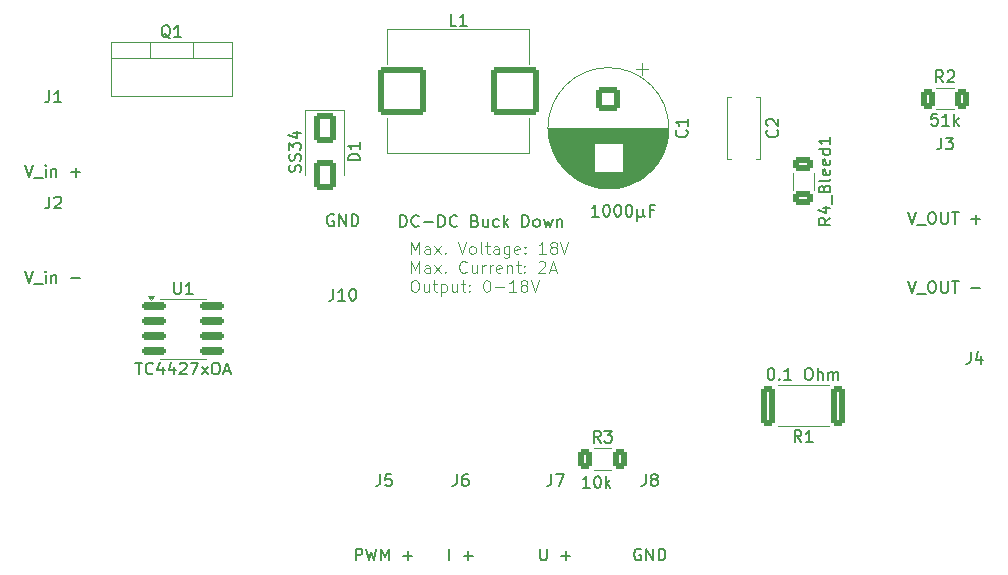
<source format=gto>
%TF.GenerationSoftware,KiCad,Pcbnew,9.0.2*%
%TF.CreationDate,2025-06-21T01:00:01+02:00*%
%TF.ProjectId,schaltung,73636861-6c74-4756-9e67-2e6b69636164,B*%
%TF.SameCoordinates,Original*%
%TF.FileFunction,Legend,Top*%
%TF.FilePolarity,Positive*%
%FSLAX46Y46*%
G04 Gerber Fmt 4.6, Leading zero omitted, Abs format (unit mm)*
G04 Created by KiCad (PCBNEW 9.0.2) date 2025-06-21 01:00:01*
%MOMM*%
%LPD*%
G01*
G04 APERTURE LIST*
G04 Aperture macros list*
%AMRoundRect*
0 Rectangle with rounded corners*
0 $1 Rounding radius*
0 $2 $3 $4 $5 $6 $7 $8 $9 X,Y pos of 4 corners*
0 Add a 4 corners polygon primitive as box body*
4,1,4,$2,$3,$4,$5,$6,$7,$8,$9,$2,$3,0*
0 Add four circle primitives for the rounded corners*
1,1,$1+$1,$2,$3*
1,1,$1+$1,$4,$5*
1,1,$1+$1,$6,$7*
1,1,$1+$1,$8,$9*
0 Add four rect primitives between the rounded corners*
20,1,$1+$1,$2,$3,$4,$5,0*
20,1,$1+$1,$4,$5,$6,$7,0*
20,1,$1+$1,$6,$7,$8,$9,0*
20,1,$1+$1,$8,$9,$2,$3,0*%
G04 Aperture macros list end*
%ADD10C,0.125000*%
%ADD11C,0.200000*%
%ADD12C,0.150000*%
%ADD13C,0.120000*%
%ADD14RoundRect,0.250000X-0.625000X0.312500X-0.625000X-0.312500X0.625000X-0.312500X0.625000X0.312500X0*%
%ADD15RoundRect,0.250000X-0.312500X-0.625000X0.312500X-0.625000X0.312500X0.625000X-0.312500X0.625000X0*%
%ADD16C,4.400000*%
%ADD17RoundRect,0.250000X-0.650000X1.000000X-0.650000X-1.000000X0.650000X-1.000000X0.650000X1.000000X0*%
%ADD18C,2.200000*%
%ADD19C,1.600000*%
%ADD20R,1.905000X2.000000*%
%ADD21O,1.905000X2.000000*%
%ADD22RoundRect,0.150000X-0.825000X-0.150000X0.825000X-0.150000X0.825000X0.150000X-0.825000X0.150000X0*%
%ADD23RoundRect,0.250002X-1.799998X-1.799998X1.799998X-1.799998X1.799998X1.799998X-1.799998X1.799998X0*%
%ADD24RoundRect,0.250000X-0.750000X0.750000X-0.750000X-0.750000X0.750000X-0.750000X0.750000X0.750000X0*%
%ADD25C,2.000000*%
%ADD26RoundRect,0.250000X0.362500X1.425000X-0.362500X1.425000X-0.362500X-1.425000X0.362500X-1.425000X0*%
G04 APERTURE END LIST*
D10*
X110320331Y-69651231D02*
X110320331Y-68651231D01*
X110320331Y-68651231D02*
X110653664Y-69365516D01*
X110653664Y-69365516D02*
X110986997Y-68651231D01*
X110986997Y-68651231D02*
X110986997Y-69651231D01*
X111891759Y-69651231D02*
X111891759Y-69127421D01*
X111891759Y-69127421D02*
X111844140Y-69032183D01*
X111844140Y-69032183D02*
X111748902Y-68984564D01*
X111748902Y-68984564D02*
X111558426Y-68984564D01*
X111558426Y-68984564D02*
X111463188Y-69032183D01*
X111891759Y-69603612D02*
X111796521Y-69651231D01*
X111796521Y-69651231D02*
X111558426Y-69651231D01*
X111558426Y-69651231D02*
X111463188Y-69603612D01*
X111463188Y-69603612D02*
X111415569Y-69508373D01*
X111415569Y-69508373D02*
X111415569Y-69413135D01*
X111415569Y-69413135D02*
X111463188Y-69317897D01*
X111463188Y-69317897D02*
X111558426Y-69270278D01*
X111558426Y-69270278D02*
X111796521Y-69270278D01*
X111796521Y-69270278D02*
X111891759Y-69222659D01*
X112272712Y-69651231D02*
X112796521Y-68984564D01*
X112272712Y-68984564D02*
X112796521Y-69651231D01*
X113177474Y-69555992D02*
X113225093Y-69603612D01*
X113225093Y-69603612D02*
X113177474Y-69651231D01*
X113177474Y-69651231D02*
X113129855Y-69603612D01*
X113129855Y-69603612D02*
X113177474Y-69555992D01*
X113177474Y-69555992D02*
X113177474Y-69651231D01*
X114272712Y-68651231D02*
X114606045Y-69651231D01*
X114606045Y-69651231D02*
X114939378Y-68651231D01*
X115415569Y-69651231D02*
X115320331Y-69603612D01*
X115320331Y-69603612D02*
X115272712Y-69555992D01*
X115272712Y-69555992D02*
X115225093Y-69460754D01*
X115225093Y-69460754D02*
X115225093Y-69175040D01*
X115225093Y-69175040D02*
X115272712Y-69079802D01*
X115272712Y-69079802D02*
X115320331Y-69032183D01*
X115320331Y-69032183D02*
X115415569Y-68984564D01*
X115415569Y-68984564D02*
X115558426Y-68984564D01*
X115558426Y-68984564D02*
X115653664Y-69032183D01*
X115653664Y-69032183D02*
X115701283Y-69079802D01*
X115701283Y-69079802D02*
X115748902Y-69175040D01*
X115748902Y-69175040D02*
X115748902Y-69460754D01*
X115748902Y-69460754D02*
X115701283Y-69555992D01*
X115701283Y-69555992D02*
X115653664Y-69603612D01*
X115653664Y-69603612D02*
X115558426Y-69651231D01*
X115558426Y-69651231D02*
X115415569Y-69651231D01*
X116320331Y-69651231D02*
X116225093Y-69603612D01*
X116225093Y-69603612D02*
X116177474Y-69508373D01*
X116177474Y-69508373D02*
X116177474Y-68651231D01*
X116558427Y-68984564D02*
X116939379Y-68984564D01*
X116701284Y-68651231D02*
X116701284Y-69508373D01*
X116701284Y-69508373D02*
X116748903Y-69603612D01*
X116748903Y-69603612D02*
X116844141Y-69651231D01*
X116844141Y-69651231D02*
X116939379Y-69651231D01*
X117701284Y-69651231D02*
X117701284Y-69127421D01*
X117701284Y-69127421D02*
X117653665Y-69032183D01*
X117653665Y-69032183D02*
X117558427Y-68984564D01*
X117558427Y-68984564D02*
X117367951Y-68984564D01*
X117367951Y-68984564D02*
X117272713Y-69032183D01*
X117701284Y-69603612D02*
X117606046Y-69651231D01*
X117606046Y-69651231D02*
X117367951Y-69651231D01*
X117367951Y-69651231D02*
X117272713Y-69603612D01*
X117272713Y-69603612D02*
X117225094Y-69508373D01*
X117225094Y-69508373D02*
X117225094Y-69413135D01*
X117225094Y-69413135D02*
X117272713Y-69317897D01*
X117272713Y-69317897D02*
X117367951Y-69270278D01*
X117367951Y-69270278D02*
X117606046Y-69270278D01*
X117606046Y-69270278D02*
X117701284Y-69222659D01*
X118606046Y-68984564D02*
X118606046Y-69794088D01*
X118606046Y-69794088D02*
X118558427Y-69889326D01*
X118558427Y-69889326D02*
X118510808Y-69936945D01*
X118510808Y-69936945D02*
X118415570Y-69984564D01*
X118415570Y-69984564D02*
X118272713Y-69984564D01*
X118272713Y-69984564D02*
X118177475Y-69936945D01*
X118606046Y-69603612D02*
X118510808Y-69651231D01*
X118510808Y-69651231D02*
X118320332Y-69651231D01*
X118320332Y-69651231D02*
X118225094Y-69603612D01*
X118225094Y-69603612D02*
X118177475Y-69555992D01*
X118177475Y-69555992D02*
X118129856Y-69460754D01*
X118129856Y-69460754D02*
X118129856Y-69175040D01*
X118129856Y-69175040D02*
X118177475Y-69079802D01*
X118177475Y-69079802D02*
X118225094Y-69032183D01*
X118225094Y-69032183D02*
X118320332Y-68984564D01*
X118320332Y-68984564D02*
X118510808Y-68984564D01*
X118510808Y-68984564D02*
X118606046Y-69032183D01*
X119463189Y-69603612D02*
X119367951Y-69651231D01*
X119367951Y-69651231D02*
X119177475Y-69651231D01*
X119177475Y-69651231D02*
X119082237Y-69603612D01*
X119082237Y-69603612D02*
X119034618Y-69508373D01*
X119034618Y-69508373D02*
X119034618Y-69127421D01*
X119034618Y-69127421D02*
X119082237Y-69032183D01*
X119082237Y-69032183D02*
X119177475Y-68984564D01*
X119177475Y-68984564D02*
X119367951Y-68984564D01*
X119367951Y-68984564D02*
X119463189Y-69032183D01*
X119463189Y-69032183D02*
X119510808Y-69127421D01*
X119510808Y-69127421D02*
X119510808Y-69222659D01*
X119510808Y-69222659D02*
X119034618Y-69317897D01*
X119939380Y-69555992D02*
X119986999Y-69603612D01*
X119986999Y-69603612D02*
X119939380Y-69651231D01*
X119939380Y-69651231D02*
X119891761Y-69603612D01*
X119891761Y-69603612D02*
X119939380Y-69555992D01*
X119939380Y-69555992D02*
X119939380Y-69651231D01*
X119939380Y-69032183D02*
X119986999Y-69079802D01*
X119986999Y-69079802D02*
X119939380Y-69127421D01*
X119939380Y-69127421D02*
X119891761Y-69079802D01*
X119891761Y-69079802D02*
X119939380Y-69032183D01*
X119939380Y-69032183D02*
X119939380Y-69127421D01*
X121701284Y-69651231D02*
X121129856Y-69651231D01*
X121415570Y-69651231D02*
X121415570Y-68651231D01*
X121415570Y-68651231D02*
X121320332Y-68794088D01*
X121320332Y-68794088D02*
X121225094Y-68889326D01*
X121225094Y-68889326D02*
X121129856Y-68936945D01*
X122272713Y-69079802D02*
X122177475Y-69032183D01*
X122177475Y-69032183D02*
X122129856Y-68984564D01*
X122129856Y-68984564D02*
X122082237Y-68889326D01*
X122082237Y-68889326D02*
X122082237Y-68841707D01*
X122082237Y-68841707D02*
X122129856Y-68746469D01*
X122129856Y-68746469D02*
X122177475Y-68698850D01*
X122177475Y-68698850D02*
X122272713Y-68651231D01*
X122272713Y-68651231D02*
X122463189Y-68651231D01*
X122463189Y-68651231D02*
X122558427Y-68698850D01*
X122558427Y-68698850D02*
X122606046Y-68746469D01*
X122606046Y-68746469D02*
X122653665Y-68841707D01*
X122653665Y-68841707D02*
X122653665Y-68889326D01*
X122653665Y-68889326D02*
X122606046Y-68984564D01*
X122606046Y-68984564D02*
X122558427Y-69032183D01*
X122558427Y-69032183D02*
X122463189Y-69079802D01*
X122463189Y-69079802D02*
X122272713Y-69079802D01*
X122272713Y-69079802D02*
X122177475Y-69127421D01*
X122177475Y-69127421D02*
X122129856Y-69175040D01*
X122129856Y-69175040D02*
X122082237Y-69270278D01*
X122082237Y-69270278D02*
X122082237Y-69460754D01*
X122082237Y-69460754D02*
X122129856Y-69555992D01*
X122129856Y-69555992D02*
X122177475Y-69603612D01*
X122177475Y-69603612D02*
X122272713Y-69651231D01*
X122272713Y-69651231D02*
X122463189Y-69651231D01*
X122463189Y-69651231D02*
X122558427Y-69603612D01*
X122558427Y-69603612D02*
X122606046Y-69555992D01*
X122606046Y-69555992D02*
X122653665Y-69460754D01*
X122653665Y-69460754D02*
X122653665Y-69270278D01*
X122653665Y-69270278D02*
X122606046Y-69175040D01*
X122606046Y-69175040D02*
X122558427Y-69127421D01*
X122558427Y-69127421D02*
X122463189Y-69079802D01*
X122939380Y-68651231D02*
X123272713Y-69651231D01*
X123272713Y-69651231D02*
X123606046Y-68651231D01*
X110320331Y-71261175D02*
X110320331Y-70261175D01*
X110320331Y-70261175D02*
X110653664Y-70975460D01*
X110653664Y-70975460D02*
X110986997Y-70261175D01*
X110986997Y-70261175D02*
X110986997Y-71261175D01*
X111891759Y-71261175D02*
X111891759Y-70737365D01*
X111891759Y-70737365D02*
X111844140Y-70642127D01*
X111844140Y-70642127D02*
X111748902Y-70594508D01*
X111748902Y-70594508D02*
X111558426Y-70594508D01*
X111558426Y-70594508D02*
X111463188Y-70642127D01*
X111891759Y-71213556D02*
X111796521Y-71261175D01*
X111796521Y-71261175D02*
X111558426Y-71261175D01*
X111558426Y-71261175D02*
X111463188Y-71213556D01*
X111463188Y-71213556D02*
X111415569Y-71118317D01*
X111415569Y-71118317D02*
X111415569Y-71023079D01*
X111415569Y-71023079D02*
X111463188Y-70927841D01*
X111463188Y-70927841D02*
X111558426Y-70880222D01*
X111558426Y-70880222D02*
X111796521Y-70880222D01*
X111796521Y-70880222D02*
X111891759Y-70832603D01*
X112272712Y-71261175D02*
X112796521Y-70594508D01*
X112272712Y-70594508D02*
X112796521Y-71261175D01*
X113177474Y-71165936D02*
X113225093Y-71213556D01*
X113225093Y-71213556D02*
X113177474Y-71261175D01*
X113177474Y-71261175D02*
X113129855Y-71213556D01*
X113129855Y-71213556D02*
X113177474Y-71165936D01*
X113177474Y-71165936D02*
X113177474Y-71261175D01*
X114986997Y-71165936D02*
X114939378Y-71213556D01*
X114939378Y-71213556D02*
X114796521Y-71261175D01*
X114796521Y-71261175D02*
X114701283Y-71261175D01*
X114701283Y-71261175D02*
X114558426Y-71213556D01*
X114558426Y-71213556D02*
X114463188Y-71118317D01*
X114463188Y-71118317D02*
X114415569Y-71023079D01*
X114415569Y-71023079D02*
X114367950Y-70832603D01*
X114367950Y-70832603D02*
X114367950Y-70689746D01*
X114367950Y-70689746D02*
X114415569Y-70499270D01*
X114415569Y-70499270D02*
X114463188Y-70404032D01*
X114463188Y-70404032D02*
X114558426Y-70308794D01*
X114558426Y-70308794D02*
X114701283Y-70261175D01*
X114701283Y-70261175D02*
X114796521Y-70261175D01*
X114796521Y-70261175D02*
X114939378Y-70308794D01*
X114939378Y-70308794D02*
X114986997Y-70356413D01*
X115844140Y-70594508D02*
X115844140Y-71261175D01*
X115415569Y-70594508D02*
X115415569Y-71118317D01*
X115415569Y-71118317D02*
X115463188Y-71213556D01*
X115463188Y-71213556D02*
X115558426Y-71261175D01*
X115558426Y-71261175D02*
X115701283Y-71261175D01*
X115701283Y-71261175D02*
X115796521Y-71213556D01*
X115796521Y-71213556D02*
X115844140Y-71165936D01*
X116320331Y-71261175D02*
X116320331Y-70594508D01*
X116320331Y-70784984D02*
X116367950Y-70689746D01*
X116367950Y-70689746D02*
X116415569Y-70642127D01*
X116415569Y-70642127D02*
X116510807Y-70594508D01*
X116510807Y-70594508D02*
X116606045Y-70594508D01*
X116939379Y-71261175D02*
X116939379Y-70594508D01*
X116939379Y-70784984D02*
X116986998Y-70689746D01*
X116986998Y-70689746D02*
X117034617Y-70642127D01*
X117034617Y-70642127D02*
X117129855Y-70594508D01*
X117129855Y-70594508D02*
X117225093Y-70594508D01*
X117939379Y-71213556D02*
X117844141Y-71261175D01*
X117844141Y-71261175D02*
X117653665Y-71261175D01*
X117653665Y-71261175D02*
X117558427Y-71213556D01*
X117558427Y-71213556D02*
X117510808Y-71118317D01*
X117510808Y-71118317D02*
X117510808Y-70737365D01*
X117510808Y-70737365D02*
X117558427Y-70642127D01*
X117558427Y-70642127D02*
X117653665Y-70594508D01*
X117653665Y-70594508D02*
X117844141Y-70594508D01*
X117844141Y-70594508D02*
X117939379Y-70642127D01*
X117939379Y-70642127D02*
X117986998Y-70737365D01*
X117986998Y-70737365D02*
X117986998Y-70832603D01*
X117986998Y-70832603D02*
X117510808Y-70927841D01*
X118415570Y-70594508D02*
X118415570Y-71261175D01*
X118415570Y-70689746D02*
X118463189Y-70642127D01*
X118463189Y-70642127D02*
X118558427Y-70594508D01*
X118558427Y-70594508D02*
X118701284Y-70594508D01*
X118701284Y-70594508D02*
X118796522Y-70642127D01*
X118796522Y-70642127D02*
X118844141Y-70737365D01*
X118844141Y-70737365D02*
X118844141Y-71261175D01*
X119177475Y-70594508D02*
X119558427Y-70594508D01*
X119320332Y-70261175D02*
X119320332Y-71118317D01*
X119320332Y-71118317D02*
X119367951Y-71213556D01*
X119367951Y-71213556D02*
X119463189Y-71261175D01*
X119463189Y-71261175D02*
X119558427Y-71261175D01*
X119891761Y-71165936D02*
X119939380Y-71213556D01*
X119939380Y-71213556D02*
X119891761Y-71261175D01*
X119891761Y-71261175D02*
X119844142Y-71213556D01*
X119844142Y-71213556D02*
X119891761Y-71165936D01*
X119891761Y-71165936D02*
X119891761Y-71261175D01*
X119891761Y-70642127D02*
X119939380Y-70689746D01*
X119939380Y-70689746D02*
X119891761Y-70737365D01*
X119891761Y-70737365D02*
X119844142Y-70689746D01*
X119844142Y-70689746D02*
X119891761Y-70642127D01*
X119891761Y-70642127D02*
X119891761Y-70737365D01*
X121082237Y-70356413D02*
X121129856Y-70308794D01*
X121129856Y-70308794D02*
X121225094Y-70261175D01*
X121225094Y-70261175D02*
X121463189Y-70261175D01*
X121463189Y-70261175D02*
X121558427Y-70308794D01*
X121558427Y-70308794D02*
X121606046Y-70356413D01*
X121606046Y-70356413D02*
X121653665Y-70451651D01*
X121653665Y-70451651D02*
X121653665Y-70546889D01*
X121653665Y-70546889D02*
X121606046Y-70689746D01*
X121606046Y-70689746D02*
X121034618Y-71261175D01*
X121034618Y-71261175D02*
X121653665Y-71261175D01*
X122034618Y-70975460D02*
X122510808Y-70975460D01*
X121939380Y-71261175D02*
X122272713Y-70261175D01*
X122272713Y-70261175D02*
X122606046Y-71261175D01*
X110510807Y-71871119D02*
X110701283Y-71871119D01*
X110701283Y-71871119D02*
X110796521Y-71918738D01*
X110796521Y-71918738D02*
X110891759Y-72013976D01*
X110891759Y-72013976D02*
X110939378Y-72204452D01*
X110939378Y-72204452D02*
X110939378Y-72537785D01*
X110939378Y-72537785D02*
X110891759Y-72728261D01*
X110891759Y-72728261D02*
X110796521Y-72823500D01*
X110796521Y-72823500D02*
X110701283Y-72871119D01*
X110701283Y-72871119D02*
X110510807Y-72871119D01*
X110510807Y-72871119D02*
X110415569Y-72823500D01*
X110415569Y-72823500D02*
X110320331Y-72728261D01*
X110320331Y-72728261D02*
X110272712Y-72537785D01*
X110272712Y-72537785D02*
X110272712Y-72204452D01*
X110272712Y-72204452D02*
X110320331Y-72013976D01*
X110320331Y-72013976D02*
X110415569Y-71918738D01*
X110415569Y-71918738D02*
X110510807Y-71871119D01*
X111796521Y-72204452D02*
X111796521Y-72871119D01*
X111367950Y-72204452D02*
X111367950Y-72728261D01*
X111367950Y-72728261D02*
X111415569Y-72823500D01*
X111415569Y-72823500D02*
X111510807Y-72871119D01*
X111510807Y-72871119D02*
X111653664Y-72871119D01*
X111653664Y-72871119D02*
X111748902Y-72823500D01*
X111748902Y-72823500D02*
X111796521Y-72775880D01*
X112129855Y-72204452D02*
X112510807Y-72204452D01*
X112272712Y-71871119D02*
X112272712Y-72728261D01*
X112272712Y-72728261D02*
X112320331Y-72823500D01*
X112320331Y-72823500D02*
X112415569Y-72871119D01*
X112415569Y-72871119D02*
X112510807Y-72871119D01*
X112844141Y-72204452D02*
X112844141Y-73204452D01*
X112844141Y-72252071D02*
X112939379Y-72204452D01*
X112939379Y-72204452D02*
X113129855Y-72204452D01*
X113129855Y-72204452D02*
X113225093Y-72252071D01*
X113225093Y-72252071D02*
X113272712Y-72299690D01*
X113272712Y-72299690D02*
X113320331Y-72394928D01*
X113320331Y-72394928D02*
X113320331Y-72680642D01*
X113320331Y-72680642D02*
X113272712Y-72775880D01*
X113272712Y-72775880D02*
X113225093Y-72823500D01*
X113225093Y-72823500D02*
X113129855Y-72871119D01*
X113129855Y-72871119D02*
X112939379Y-72871119D01*
X112939379Y-72871119D02*
X112844141Y-72823500D01*
X114177474Y-72204452D02*
X114177474Y-72871119D01*
X113748903Y-72204452D02*
X113748903Y-72728261D01*
X113748903Y-72728261D02*
X113796522Y-72823500D01*
X113796522Y-72823500D02*
X113891760Y-72871119D01*
X113891760Y-72871119D02*
X114034617Y-72871119D01*
X114034617Y-72871119D02*
X114129855Y-72823500D01*
X114129855Y-72823500D02*
X114177474Y-72775880D01*
X114510808Y-72204452D02*
X114891760Y-72204452D01*
X114653665Y-71871119D02*
X114653665Y-72728261D01*
X114653665Y-72728261D02*
X114701284Y-72823500D01*
X114701284Y-72823500D02*
X114796522Y-72871119D01*
X114796522Y-72871119D02*
X114891760Y-72871119D01*
X115225094Y-72775880D02*
X115272713Y-72823500D01*
X115272713Y-72823500D02*
X115225094Y-72871119D01*
X115225094Y-72871119D02*
X115177475Y-72823500D01*
X115177475Y-72823500D02*
X115225094Y-72775880D01*
X115225094Y-72775880D02*
X115225094Y-72871119D01*
X115225094Y-72252071D02*
X115272713Y-72299690D01*
X115272713Y-72299690D02*
X115225094Y-72347309D01*
X115225094Y-72347309D02*
X115177475Y-72299690D01*
X115177475Y-72299690D02*
X115225094Y-72252071D01*
X115225094Y-72252071D02*
X115225094Y-72347309D01*
X116653665Y-71871119D02*
X116748903Y-71871119D01*
X116748903Y-71871119D02*
X116844141Y-71918738D01*
X116844141Y-71918738D02*
X116891760Y-71966357D01*
X116891760Y-71966357D02*
X116939379Y-72061595D01*
X116939379Y-72061595D02*
X116986998Y-72252071D01*
X116986998Y-72252071D02*
X116986998Y-72490166D01*
X116986998Y-72490166D02*
X116939379Y-72680642D01*
X116939379Y-72680642D02*
X116891760Y-72775880D01*
X116891760Y-72775880D02*
X116844141Y-72823500D01*
X116844141Y-72823500D02*
X116748903Y-72871119D01*
X116748903Y-72871119D02*
X116653665Y-72871119D01*
X116653665Y-72871119D02*
X116558427Y-72823500D01*
X116558427Y-72823500D02*
X116510808Y-72775880D01*
X116510808Y-72775880D02*
X116463189Y-72680642D01*
X116463189Y-72680642D02*
X116415570Y-72490166D01*
X116415570Y-72490166D02*
X116415570Y-72252071D01*
X116415570Y-72252071D02*
X116463189Y-72061595D01*
X116463189Y-72061595D02*
X116510808Y-71966357D01*
X116510808Y-71966357D02*
X116558427Y-71918738D01*
X116558427Y-71918738D02*
X116653665Y-71871119D01*
X117415570Y-72490166D02*
X118177475Y-72490166D01*
X119177474Y-72871119D02*
X118606046Y-72871119D01*
X118891760Y-72871119D02*
X118891760Y-71871119D01*
X118891760Y-71871119D02*
X118796522Y-72013976D01*
X118796522Y-72013976D02*
X118701284Y-72109214D01*
X118701284Y-72109214D02*
X118606046Y-72156833D01*
X119748903Y-72299690D02*
X119653665Y-72252071D01*
X119653665Y-72252071D02*
X119606046Y-72204452D01*
X119606046Y-72204452D02*
X119558427Y-72109214D01*
X119558427Y-72109214D02*
X119558427Y-72061595D01*
X119558427Y-72061595D02*
X119606046Y-71966357D01*
X119606046Y-71966357D02*
X119653665Y-71918738D01*
X119653665Y-71918738D02*
X119748903Y-71871119D01*
X119748903Y-71871119D02*
X119939379Y-71871119D01*
X119939379Y-71871119D02*
X120034617Y-71918738D01*
X120034617Y-71918738D02*
X120082236Y-71966357D01*
X120082236Y-71966357D02*
X120129855Y-72061595D01*
X120129855Y-72061595D02*
X120129855Y-72109214D01*
X120129855Y-72109214D02*
X120082236Y-72204452D01*
X120082236Y-72204452D02*
X120034617Y-72252071D01*
X120034617Y-72252071D02*
X119939379Y-72299690D01*
X119939379Y-72299690D02*
X119748903Y-72299690D01*
X119748903Y-72299690D02*
X119653665Y-72347309D01*
X119653665Y-72347309D02*
X119606046Y-72394928D01*
X119606046Y-72394928D02*
X119558427Y-72490166D01*
X119558427Y-72490166D02*
X119558427Y-72680642D01*
X119558427Y-72680642D02*
X119606046Y-72775880D01*
X119606046Y-72775880D02*
X119653665Y-72823500D01*
X119653665Y-72823500D02*
X119748903Y-72871119D01*
X119748903Y-72871119D02*
X119939379Y-72871119D01*
X119939379Y-72871119D02*
X120034617Y-72823500D01*
X120034617Y-72823500D02*
X120082236Y-72775880D01*
X120082236Y-72775880D02*
X120129855Y-72680642D01*
X120129855Y-72680642D02*
X120129855Y-72490166D01*
X120129855Y-72490166D02*
X120082236Y-72394928D01*
X120082236Y-72394928D02*
X120034617Y-72347309D01*
X120034617Y-72347309D02*
X119939379Y-72299690D01*
X120415570Y-71871119D02*
X120748903Y-72871119D01*
X120748903Y-72871119D02*
X121082236Y-71871119D01*
D11*
X109369673Y-67367219D02*
X109369673Y-66367219D01*
X109369673Y-66367219D02*
X109607768Y-66367219D01*
X109607768Y-66367219D02*
X109750625Y-66414838D01*
X109750625Y-66414838D02*
X109845863Y-66510076D01*
X109845863Y-66510076D02*
X109893482Y-66605314D01*
X109893482Y-66605314D02*
X109941101Y-66795790D01*
X109941101Y-66795790D02*
X109941101Y-66938647D01*
X109941101Y-66938647D02*
X109893482Y-67129123D01*
X109893482Y-67129123D02*
X109845863Y-67224361D01*
X109845863Y-67224361D02*
X109750625Y-67319600D01*
X109750625Y-67319600D02*
X109607768Y-67367219D01*
X109607768Y-67367219D02*
X109369673Y-67367219D01*
X110941101Y-67271980D02*
X110893482Y-67319600D01*
X110893482Y-67319600D02*
X110750625Y-67367219D01*
X110750625Y-67367219D02*
X110655387Y-67367219D01*
X110655387Y-67367219D02*
X110512530Y-67319600D01*
X110512530Y-67319600D02*
X110417292Y-67224361D01*
X110417292Y-67224361D02*
X110369673Y-67129123D01*
X110369673Y-67129123D02*
X110322054Y-66938647D01*
X110322054Y-66938647D02*
X110322054Y-66795790D01*
X110322054Y-66795790D02*
X110369673Y-66605314D01*
X110369673Y-66605314D02*
X110417292Y-66510076D01*
X110417292Y-66510076D02*
X110512530Y-66414838D01*
X110512530Y-66414838D02*
X110655387Y-66367219D01*
X110655387Y-66367219D02*
X110750625Y-66367219D01*
X110750625Y-66367219D02*
X110893482Y-66414838D01*
X110893482Y-66414838D02*
X110941101Y-66462457D01*
X111369673Y-66986266D02*
X112131578Y-66986266D01*
X112607768Y-67367219D02*
X112607768Y-66367219D01*
X112607768Y-66367219D02*
X112845863Y-66367219D01*
X112845863Y-66367219D02*
X112988720Y-66414838D01*
X112988720Y-66414838D02*
X113083958Y-66510076D01*
X113083958Y-66510076D02*
X113131577Y-66605314D01*
X113131577Y-66605314D02*
X113179196Y-66795790D01*
X113179196Y-66795790D02*
X113179196Y-66938647D01*
X113179196Y-66938647D02*
X113131577Y-67129123D01*
X113131577Y-67129123D02*
X113083958Y-67224361D01*
X113083958Y-67224361D02*
X112988720Y-67319600D01*
X112988720Y-67319600D02*
X112845863Y-67367219D01*
X112845863Y-67367219D02*
X112607768Y-67367219D01*
X114179196Y-67271980D02*
X114131577Y-67319600D01*
X114131577Y-67319600D02*
X113988720Y-67367219D01*
X113988720Y-67367219D02*
X113893482Y-67367219D01*
X113893482Y-67367219D02*
X113750625Y-67319600D01*
X113750625Y-67319600D02*
X113655387Y-67224361D01*
X113655387Y-67224361D02*
X113607768Y-67129123D01*
X113607768Y-67129123D02*
X113560149Y-66938647D01*
X113560149Y-66938647D02*
X113560149Y-66795790D01*
X113560149Y-66795790D02*
X113607768Y-66605314D01*
X113607768Y-66605314D02*
X113655387Y-66510076D01*
X113655387Y-66510076D02*
X113750625Y-66414838D01*
X113750625Y-66414838D02*
X113893482Y-66367219D01*
X113893482Y-66367219D02*
X113988720Y-66367219D01*
X113988720Y-66367219D02*
X114131577Y-66414838D01*
X114131577Y-66414838D02*
X114179196Y-66462457D01*
X115703006Y-66843409D02*
X115845863Y-66891028D01*
X115845863Y-66891028D02*
X115893482Y-66938647D01*
X115893482Y-66938647D02*
X115941101Y-67033885D01*
X115941101Y-67033885D02*
X115941101Y-67176742D01*
X115941101Y-67176742D02*
X115893482Y-67271980D01*
X115893482Y-67271980D02*
X115845863Y-67319600D01*
X115845863Y-67319600D02*
X115750625Y-67367219D01*
X115750625Y-67367219D02*
X115369673Y-67367219D01*
X115369673Y-67367219D02*
X115369673Y-66367219D01*
X115369673Y-66367219D02*
X115703006Y-66367219D01*
X115703006Y-66367219D02*
X115798244Y-66414838D01*
X115798244Y-66414838D02*
X115845863Y-66462457D01*
X115845863Y-66462457D02*
X115893482Y-66557695D01*
X115893482Y-66557695D02*
X115893482Y-66652933D01*
X115893482Y-66652933D02*
X115845863Y-66748171D01*
X115845863Y-66748171D02*
X115798244Y-66795790D01*
X115798244Y-66795790D02*
X115703006Y-66843409D01*
X115703006Y-66843409D02*
X115369673Y-66843409D01*
X116798244Y-66700552D02*
X116798244Y-67367219D01*
X116369673Y-66700552D02*
X116369673Y-67224361D01*
X116369673Y-67224361D02*
X116417292Y-67319600D01*
X116417292Y-67319600D02*
X116512530Y-67367219D01*
X116512530Y-67367219D02*
X116655387Y-67367219D01*
X116655387Y-67367219D02*
X116750625Y-67319600D01*
X116750625Y-67319600D02*
X116798244Y-67271980D01*
X117703006Y-67319600D02*
X117607768Y-67367219D01*
X117607768Y-67367219D02*
X117417292Y-67367219D01*
X117417292Y-67367219D02*
X117322054Y-67319600D01*
X117322054Y-67319600D02*
X117274435Y-67271980D01*
X117274435Y-67271980D02*
X117226816Y-67176742D01*
X117226816Y-67176742D02*
X117226816Y-66891028D01*
X117226816Y-66891028D02*
X117274435Y-66795790D01*
X117274435Y-66795790D02*
X117322054Y-66748171D01*
X117322054Y-66748171D02*
X117417292Y-66700552D01*
X117417292Y-66700552D02*
X117607768Y-66700552D01*
X117607768Y-66700552D02*
X117703006Y-66748171D01*
X118131578Y-67367219D02*
X118131578Y-66367219D01*
X118226816Y-66986266D02*
X118512530Y-67367219D01*
X118512530Y-66700552D02*
X118131578Y-67081504D01*
X119703007Y-67367219D02*
X119703007Y-66367219D01*
X119703007Y-66367219D02*
X119941102Y-66367219D01*
X119941102Y-66367219D02*
X120083959Y-66414838D01*
X120083959Y-66414838D02*
X120179197Y-66510076D01*
X120179197Y-66510076D02*
X120226816Y-66605314D01*
X120226816Y-66605314D02*
X120274435Y-66795790D01*
X120274435Y-66795790D02*
X120274435Y-66938647D01*
X120274435Y-66938647D02*
X120226816Y-67129123D01*
X120226816Y-67129123D02*
X120179197Y-67224361D01*
X120179197Y-67224361D02*
X120083959Y-67319600D01*
X120083959Y-67319600D02*
X119941102Y-67367219D01*
X119941102Y-67367219D02*
X119703007Y-67367219D01*
X120845864Y-67367219D02*
X120750626Y-67319600D01*
X120750626Y-67319600D02*
X120703007Y-67271980D01*
X120703007Y-67271980D02*
X120655388Y-67176742D01*
X120655388Y-67176742D02*
X120655388Y-66891028D01*
X120655388Y-66891028D02*
X120703007Y-66795790D01*
X120703007Y-66795790D02*
X120750626Y-66748171D01*
X120750626Y-66748171D02*
X120845864Y-66700552D01*
X120845864Y-66700552D02*
X120988721Y-66700552D01*
X120988721Y-66700552D02*
X121083959Y-66748171D01*
X121083959Y-66748171D02*
X121131578Y-66795790D01*
X121131578Y-66795790D02*
X121179197Y-66891028D01*
X121179197Y-66891028D02*
X121179197Y-67176742D01*
X121179197Y-67176742D02*
X121131578Y-67271980D01*
X121131578Y-67271980D02*
X121083959Y-67319600D01*
X121083959Y-67319600D02*
X120988721Y-67367219D01*
X120988721Y-67367219D02*
X120845864Y-67367219D01*
X121512531Y-66700552D02*
X121703007Y-67367219D01*
X121703007Y-67367219D02*
X121893483Y-66891028D01*
X121893483Y-66891028D02*
X122083959Y-67367219D01*
X122083959Y-67367219D02*
X122274435Y-66700552D01*
X122655388Y-66700552D02*
X122655388Y-67367219D01*
X122655388Y-66795790D02*
X122703007Y-66748171D01*
X122703007Y-66748171D02*
X122798245Y-66700552D01*
X122798245Y-66700552D02*
X122941102Y-66700552D01*
X122941102Y-66700552D02*
X123036340Y-66748171D01*
X123036340Y-66748171D02*
X123083959Y-66843409D01*
X123083959Y-66843409D02*
X123083959Y-67367219D01*
D12*
X145794819Y-66595238D02*
X145318628Y-66928571D01*
X145794819Y-67166666D02*
X144794819Y-67166666D01*
X144794819Y-67166666D02*
X144794819Y-66785714D01*
X144794819Y-66785714D02*
X144842438Y-66690476D01*
X144842438Y-66690476D02*
X144890057Y-66642857D01*
X144890057Y-66642857D02*
X144985295Y-66595238D01*
X144985295Y-66595238D02*
X145128152Y-66595238D01*
X145128152Y-66595238D02*
X145223390Y-66642857D01*
X145223390Y-66642857D02*
X145271009Y-66690476D01*
X145271009Y-66690476D02*
X145318628Y-66785714D01*
X145318628Y-66785714D02*
X145318628Y-67166666D01*
X145128152Y-65738095D02*
X145794819Y-65738095D01*
X144747200Y-65976190D02*
X145461485Y-66214285D01*
X145461485Y-66214285D02*
X145461485Y-65595238D01*
X145890057Y-65452381D02*
X145890057Y-64690476D01*
X145271009Y-64119047D02*
X145318628Y-63976190D01*
X145318628Y-63976190D02*
X145366247Y-63928571D01*
X145366247Y-63928571D02*
X145461485Y-63880952D01*
X145461485Y-63880952D02*
X145604342Y-63880952D01*
X145604342Y-63880952D02*
X145699580Y-63928571D01*
X145699580Y-63928571D02*
X145747200Y-63976190D01*
X145747200Y-63976190D02*
X145794819Y-64071428D01*
X145794819Y-64071428D02*
X145794819Y-64452380D01*
X145794819Y-64452380D02*
X144794819Y-64452380D01*
X144794819Y-64452380D02*
X144794819Y-64119047D01*
X144794819Y-64119047D02*
X144842438Y-64023809D01*
X144842438Y-64023809D02*
X144890057Y-63976190D01*
X144890057Y-63976190D02*
X144985295Y-63928571D01*
X144985295Y-63928571D02*
X145080533Y-63928571D01*
X145080533Y-63928571D02*
X145175771Y-63976190D01*
X145175771Y-63976190D02*
X145223390Y-64023809D01*
X145223390Y-64023809D02*
X145271009Y-64119047D01*
X145271009Y-64119047D02*
X145271009Y-64452380D01*
X145794819Y-63309523D02*
X145747200Y-63404761D01*
X145747200Y-63404761D02*
X145651961Y-63452380D01*
X145651961Y-63452380D02*
X144794819Y-63452380D01*
X145747200Y-62547618D02*
X145794819Y-62642856D01*
X145794819Y-62642856D02*
X145794819Y-62833332D01*
X145794819Y-62833332D02*
X145747200Y-62928570D01*
X145747200Y-62928570D02*
X145651961Y-62976189D01*
X145651961Y-62976189D02*
X145271009Y-62976189D01*
X145271009Y-62976189D02*
X145175771Y-62928570D01*
X145175771Y-62928570D02*
X145128152Y-62833332D01*
X145128152Y-62833332D02*
X145128152Y-62642856D01*
X145128152Y-62642856D02*
X145175771Y-62547618D01*
X145175771Y-62547618D02*
X145271009Y-62499999D01*
X145271009Y-62499999D02*
X145366247Y-62499999D01*
X145366247Y-62499999D02*
X145461485Y-62976189D01*
X145747200Y-61690475D02*
X145794819Y-61785713D01*
X145794819Y-61785713D02*
X145794819Y-61976189D01*
X145794819Y-61976189D02*
X145747200Y-62071427D01*
X145747200Y-62071427D02*
X145651961Y-62119046D01*
X145651961Y-62119046D02*
X145271009Y-62119046D01*
X145271009Y-62119046D02*
X145175771Y-62071427D01*
X145175771Y-62071427D02*
X145128152Y-61976189D01*
X145128152Y-61976189D02*
X145128152Y-61785713D01*
X145128152Y-61785713D02*
X145175771Y-61690475D01*
X145175771Y-61690475D02*
X145271009Y-61642856D01*
X145271009Y-61642856D02*
X145366247Y-61642856D01*
X145366247Y-61642856D02*
X145461485Y-62119046D01*
X145794819Y-60785713D02*
X144794819Y-60785713D01*
X145747200Y-60785713D02*
X145794819Y-60880951D01*
X145794819Y-60880951D02*
X145794819Y-61071427D01*
X145794819Y-61071427D02*
X145747200Y-61166665D01*
X145747200Y-61166665D02*
X145699580Y-61214284D01*
X145699580Y-61214284D02*
X145604342Y-61261903D01*
X145604342Y-61261903D02*
X145318628Y-61261903D01*
X145318628Y-61261903D02*
X145223390Y-61214284D01*
X145223390Y-61214284D02*
X145175771Y-61166665D01*
X145175771Y-61166665D02*
X145128152Y-61071427D01*
X145128152Y-61071427D02*
X145128152Y-60880951D01*
X145128152Y-60880951D02*
X145175771Y-60785713D01*
X145794819Y-59785713D02*
X145794819Y-60357141D01*
X145794819Y-60071427D02*
X144794819Y-60071427D01*
X144794819Y-60071427D02*
X144937676Y-60166665D01*
X144937676Y-60166665D02*
X145032914Y-60261903D01*
X145032914Y-60261903D02*
X145080533Y-60357141D01*
X155333333Y-55124819D02*
X155000000Y-54648628D01*
X154761905Y-55124819D02*
X154761905Y-54124819D01*
X154761905Y-54124819D02*
X155142857Y-54124819D01*
X155142857Y-54124819D02*
X155238095Y-54172438D01*
X155238095Y-54172438D02*
X155285714Y-54220057D01*
X155285714Y-54220057D02*
X155333333Y-54315295D01*
X155333333Y-54315295D02*
X155333333Y-54458152D01*
X155333333Y-54458152D02*
X155285714Y-54553390D01*
X155285714Y-54553390D02*
X155238095Y-54601009D01*
X155238095Y-54601009D02*
X155142857Y-54648628D01*
X155142857Y-54648628D02*
X154761905Y-54648628D01*
X155714286Y-54220057D02*
X155761905Y-54172438D01*
X155761905Y-54172438D02*
X155857143Y-54124819D01*
X155857143Y-54124819D02*
X156095238Y-54124819D01*
X156095238Y-54124819D02*
X156190476Y-54172438D01*
X156190476Y-54172438D02*
X156238095Y-54220057D01*
X156238095Y-54220057D02*
X156285714Y-54315295D01*
X156285714Y-54315295D02*
X156285714Y-54410533D01*
X156285714Y-54410533D02*
X156238095Y-54553390D01*
X156238095Y-54553390D02*
X155666667Y-55124819D01*
X155666667Y-55124819D02*
X156285714Y-55124819D01*
X154857142Y-57784819D02*
X154380952Y-57784819D01*
X154380952Y-57784819D02*
X154333333Y-58261009D01*
X154333333Y-58261009D02*
X154380952Y-58213390D01*
X154380952Y-58213390D02*
X154476190Y-58165771D01*
X154476190Y-58165771D02*
X154714285Y-58165771D01*
X154714285Y-58165771D02*
X154809523Y-58213390D01*
X154809523Y-58213390D02*
X154857142Y-58261009D01*
X154857142Y-58261009D02*
X154904761Y-58356247D01*
X154904761Y-58356247D02*
X154904761Y-58594342D01*
X154904761Y-58594342D02*
X154857142Y-58689580D01*
X154857142Y-58689580D02*
X154809523Y-58737200D01*
X154809523Y-58737200D02*
X154714285Y-58784819D01*
X154714285Y-58784819D02*
X154476190Y-58784819D01*
X154476190Y-58784819D02*
X154380952Y-58737200D01*
X154380952Y-58737200D02*
X154333333Y-58689580D01*
X155857142Y-58784819D02*
X155285714Y-58784819D01*
X155571428Y-58784819D02*
X155571428Y-57784819D01*
X155571428Y-57784819D02*
X155476190Y-57927676D01*
X155476190Y-57927676D02*
X155380952Y-58022914D01*
X155380952Y-58022914D02*
X155285714Y-58070533D01*
X156285714Y-58784819D02*
X156285714Y-57784819D01*
X156380952Y-58403866D02*
X156666666Y-58784819D01*
X156666666Y-58118152D02*
X156285714Y-58499104D01*
X126333333Y-85624819D02*
X126000000Y-85148628D01*
X125761905Y-85624819D02*
X125761905Y-84624819D01*
X125761905Y-84624819D02*
X126142857Y-84624819D01*
X126142857Y-84624819D02*
X126238095Y-84672438D01*
X126238095Y-84672438D02*
X126285714Y-84720057D01*
X126285714Y-84720057D02*
X126333333Y-84815295D01*
X126333333Y-84815295D02*
X126333333Y-84958152D01*
X126333333Y-84958152D02*
X126285714Y-85053390D01*
X126285714Y-85053390D02*
X126238095Y-85101009D01*
X126238095Y-85101009D02*
X126142857Y-85148628D01*
X126142857Y-85148628D02*
X125761905Y-85148628D01*
X126666667Y-84624819D02*
X127285714Y-84624819D01*
X127285714Y-84624819D02*
X126952381Y-85005771D01*
X126952381Y-85005771D02*
X127095238Y-85005771D01*
X127095238Y-85005771D02*
X127190476Y-85053390D01*
X127190476Y-85053390D02*
X127238095Y-85101009D01*
X127238095Y-85101009D02*
X127285714Y-85196247D01*
X127285714Y-85196247D02*
X127285714Y-85434342D01*
X127285714Y-85434342D02*
X127238095Y-85529580D01*
X127238095Y-85529580D02*
X127190476Y-85577200D01*
X127190476Y-85577200D02*
X127095238Y-85624819D01*
X127095238Y-85624819D02*
X126809524Y-85624819D01*
X126809524Y-85624819D02*
X126714286Y-85577200D01*
X126714286Y-85577200D02*
X126666667Y-85529580D01*
X125404761Y-89454819D02*
X124833333Y-89454819D01*
X125119047Y-89454819D02*
X125119047Y-88454819D01*
X125119047Y-88454819D02*
X125023809Y-88597676D01*
X125023809Y-88597676D02*
X124928571Y-88692914D01*
X124928571Y-88692914D02*
X124833333Y-88740533D01*
X126023809Y-88454819D02*
X126119047Y-88454819D01*
X126119047Y-88454819D02*
X126214285Y-88502438D01*
X126214285Y-88502438D02*
X126261904Y-88550057D01*
X126261904Y-88550057D02*
X126309523Y-88645295D01*
X126309523Y-88645295D02*
X126357142Y-88835771D01*
X126357142Y-88835771D02*
X126357142Y-89073866D01*
X126357142Y-89073866D02*
X126309523Y-89264342D01*
X126309523Y-89264342D02*
X126261904Y-89359580D01*
X126261904Y-89359580D02*
X126214285Y-89407200D01*
X126214285Y-89407200D02*
X126119047Y-89454819D01*
X126119047Y-89454819D02*
X126023809Y-89454819D01*
X126023809Y-89454819D02*
X125928571Y-89407200D01*
X125928571Y-89407200D02*
X125880952Y-89359580D01*
X125880952Y-89359580D02*
X125833333Y-89264342D01*
X125833333Y-89264342D02*
X125785714Y-89073866D01*
X125785714Y-89073866D02*
X125785714Y-88835771D01*
X125785714Y-88835771D02*
X125833333Y-88645295D01*
X125833333Y-88645295D02*
X125880952Y-88550057D01*
X125880952Y-88550057D02*
X125928571Y-88502438D01*
X125928571Y-88502438D02*
X126023809Y-88454819D01*
X126785714Y-89454819D02*
X126785714Y-88454819D01*
X126880952Y-89073866D02*
X127166666Y-89454819D01*
X127166666Y-88788152D02*
X126785714Y-89169104D01*
X79666666Y-64804819D02*
X79666666Y-65519104D01*
X79666666Y-65519104D02*
X79619047Y-65661961D01*
X79619047Y-65661961D02*
X79523809Y-65757200D01*
X79523809Y-65757200D02*
X79380952Y-65804819D01*
X79380952Y-65804819D02*
X79285714Y-65804819D01*
X80095238Y-64900057D02*
X80142857Y-64852438D01*
X80142857Y-64852438D02*
X80238095Y-64804819D01*
X80238095Y-64804819D02*
X80476190Y-64804819D01*
X80476190Y-64804819D02*
X80571428Y-64852438D01*
X80571428Y-64852438D02*
X80619047Y-64900057D01*
X80619047Y-64900057D02*
X80666666Y-64995295D01*
X80666666Y-64995295D02*
X80666666Y-65090533D01*
X80666666Y-65090533D02*
X80619047Y-65233390D01*
X80619047Y-65233390D02*
X80047619Y-65804819D01*
X80047619Y-65804819D02*
X80666666Y-65804819D01*
X77595238Y-71104819D02*
X77928571Y-72104819D01*
X77928571Y-72104819D02*
X78261904Y-71104819D01*
X78357143Y-72200057D02*
X79119047Y-72200057D01*
X79357143Y-72104819D02*
X79357143Y-71438152D01*
X79357143Y-71104819D02*
X79309524Y-71152438D01*
X79309524Y-71152438D02*
X79357143Y-71200057D01*
X79357143Y-71200057D02*
X79404762Y-71152438D01*
X79404762Y-71152438D02*
X79357143Y-71104819D01*
X79357143Y-71104819D02*
X79357143Y-71200057D01*
X79833333Y-71438152D02*
X79833333Y-72104819D01*
X79833333Y-71533390D02*
X79880952Y-71485771D01*
X79880952Y-71485771D02*
X79976190Y-71438152D01*
X79976190Y-71438152D02*
X80119047Y-71438152D01*
X80119047Y-71438152D02*
X80214285Y-71485771D01*
X80214285Y-71485771D02*
X80261904Y-71581009D01*
X80261904Y-71581009D02*
X80261904Y-72104819D01*
X81500000Y-71723866D02*
X82261905Y-71723866D01*
X105954819Y-61738094D02*
X104954819Y-61738094D01*
X104954819Y-61738094D02*
X104954819Y-61499999D01*
X104954819Y-61499999D02*
X105002438Y-61357142D01*
X105002438Y-61357142D02*
X105097676Y-61261904D01*
X105097676Y-61261904D02*
X105192914Y-61214285D01*
X105192914Y-61214285D02*
X105383390Y-61166666D01*
X105383390Y-61166666D02*
X105526247Y-61166666D01*
X105526247Y-61166666D02*
X105716723Y-61214285D01*
X105716723Y-61214285D02*
X105811961Y-61261904D01*
X105811961Y-61261904D02*
X105907200Y-61357142D01*
X105907200Y-61357142D02*
X105954819Y-61499999D01*
X105954819Y-61499999D02*
X105954819Y-61738094D01*
X105954819Y-60214285D02*
X105954819Y-60785713D01*
X105954819Y-60499999D02*
X104954819Y-60499999D01*
X104954819Y-60499999D02*
X105097676Y-60595237D01*
X105097676Y-60595237D02*
X105192914Y-60690475D01*
X105192914Y-60690475D02*
X105240533Y-60785713D01*
X100907200Y-62714285D02*
X100954819Y-62571428D01*
X100954819Y-62571428D02*
X100954819Y-62333333D01*
X100954819Y-62333333D02*
X100907200Y-62238095D01*
X100907200Y-62238095D02*
X100859580Y-62190476D01*
X100859580Y-62190476D02*
X100764342Y-62142857D01*
X100764342Y-62142857D02*
X100669104Y-62142857D01*
X100669104Y-62142857D02*
X100573866Y-62190476D01*
X100573866Y-62190476D02*
X100526247Y-62238095D01*
X100526247Y-62238095D02*
X100478628Y-62333333D01*
X100478628Y-62333333D02*
X100431009Y-62523809D01*
X100431009Y-62523809D02*
X100383390Y-62619047D01*
X100383390Y-62619047D02*
X100335771Y-62666666D01*
X100335771Y-62666666D02*
X100240533Y-62714285D01*
X100240533Y-62714285D02*
X100145295Y-62714285D01*
X100145295Y-62714285D02*
X100050057Y-62666666D01*
X100050057Y-62666666D02*
X100002438Y-62619047D01*
X100002438Y-62619047D02*
X99954819Y-62523809D01*
X99954819Y-62523809D02*
X99954819Y-62285714D01*
X99954819Y-62285714D02*
X100002438Y-62142857D01*
X100907200Y-61761904D02*
X100954819Y-61619047D01*
X100954819Y-61619047D02*
X100954819Y-61380952D01*
X100954819Y-61380952D02*
X100907200Y-61285714D01*
X100907200Y-61285714D02*
X100859580Y-61238095D01*
X100859580Y-61238095D02*
X100764342Y-61190476D01*
X100764342Y-61190476D02*
X100669104Y-61190476D01*
X100669104Y-61190476D02*
X100573866Y-61238095D01*
X100573866Y-61238095D02*
X100526247Y-61285714D01*
X100526247Y-61285714D02*
X100478628Y-61380952D01*
X100478628Y-61380952D02*
X100431009Y-61571428D01*
X100431009Y-61571428D02*
X100383390Y-61666666D01*
X100383390Y-61666666D02*
X100335771Y-61714285D01*
X100335771Y-61714285D02*
X100240533Y-61761904D01*
X100240533Y-61761904D02*
X100145295Y-61761904D01*
X100145295Y-61761904D02*
X100050057Y-61714285D01*
X100050057Y-61714285D02*
X100002438Y-61666666D01*
X100002438Y-61666666D02*
X99954819Y-61571428D01*
X99954819Y-61571428D02*
X99954819Y-61333333D01*
X99954819Y-61333333D02*
X100002438Y-61190476D01*
X99954819Y-60857142D02*
X99954819Y-60238095D01*
X99954819Y-60238095D02*
X100335771Y-60571428D01*
X100335771Y-60571428D02*
X100335771Y-60428571D01*
X100335771Y-60428571D02*
X100383390Y-60333333D01*
X100383390Y-60333333D02*
X100431009Y-60285714D01*
X100431009Y-60285714D02*
X100526247Y-60238095D01*
X100526247Y-60238095D02*
X100764342Y-60238095D01*
X100764342Y-60238095D02*
X100859580Y-60285714D01*
X100859580Y-60285714D02*
X100907200Y-60333333D01*
X100907200Y-60333333D02*
X100954819Y-60428571D01*
X100954819Y-60428571D02*
X100954819Y-60714285D01*
X100954819Y-60714285D02*
X100907200Y-60809523D01*
X100907200Y-60809523D02*
X100859580Y-60857142D01*
X100288152Y-59380952D02*
X100954819Y-59380952D01*
X99907200Y-59619047D02*
X100621485Y-59857142D01*
X100621485Y-59857142D02*
X100621485Y-59238095D01*
X79666666Y-55804819D02*
X79666666Y-56519104D01*
X79666666Y-56519104D02*
X79619047Y-56661961D01*
X79619047Y-56661961D02*
X79523809Y-56757200D01*
X79523809Y-56757200D02*
X79380952Y-56804819D01*
X79380952Y-56804819D02*
X79285714Y-56804819D01*
X80666666Y-56804819D02*
X80095238Y-56804819D01*
X80380952Y-56804819D02*
X80380952Y-55804819D01*
X80380952Y-55804819D02*
X80285714Y-55947676D01*
X80285714Y-55947676D02*
X80190476Y-56042914D01*
X80190476Y-56042914D02*
X80095238Y-56090533D01*
X77595238Y-62104819D02*
X77928571Y-63104819D01*
X77928571Y-63104819D02*
X78261904Y-62104819D01*
X78357143Y-63200057D02*
X79119047Y-63200057D01*
X79357143Y-63104819D02*
X79357143Y-62438152D01*
X79357143Y-62104819D02*
X79309524Y-62152438D01*
X79309524Y-62152438D02*
X79357143Y-62200057D01*
X79357143Y-62200057D02*
X79404762Y-62152438D01*
X79404762Y-62152438D02*
X79357143Y-62104819D01*
X79357143Y-62104819D02*
X79357143Y-62200057D01*
X79833333Y-62438152D02*
X79833333Y-63104819D01*
X79833333Y-62533390D02*
X79880952Y-62485771D01*
X79880952Y-62485771D02*
X79976190Y-62438152D01*
X79976190Y-62438152D02*
X80119047Y-62438152D01*
X80119047Y-62438152D02*
X80214285Y-62485771D01*
X80214285Y-62485771D02*
X80261904Y-62581009D01*
X80261904Y-62581009D02*
X80261904Y-63104819D01*
X81500000Y-62723866D02*
X82261905Y-62723866D01*
X81880952Y-63104819D02*
X81880952Y-62342914D01*
X155166666Y-59804819D02*
X155166666Y-60519104D01*
X155166666Y-60519104D02*
X155119047Y-60661961D01*
X155119047Y-60661961D02*
X155023809Y-60757200D01*
X155023809Y-60757200D02*
X154880952Y-60804819D01*
X154880952Y-60804819D02*
X154785714Y-60804819D01*
X155547619Y-59804819D02*
X156166666Y-59804819D01*
X156166666Y-59804819D02*
X155833333Y-60185771D01*
X155833333Y-60185771D02*
X155976190Y-60185771D01*
X155976190Y-60185771D02*
X156071428Y-60233390D01*
X156071428Y-60233390D02*
X156119047Y-60281009D01*
X156119047Y-60281009D02*
X156166666Y-60376247D01*
X156166666Y-60376247D02*
X156166666Y-60614342D01*
X156166666Y-60614342D02*
X156119047Y-60709580D01*
X156119047Y-60709580D02*
X156071428Y-60757200D01*
X156071428Y-60757200D02*
X155976190Y-60804819D01*
X155976190Y-60804819D02*
X155690476Y-60804819D01*
X155690476Y-60804819D02*
X155595238Y-60757200D01*
X155595238Y-60757200D02*
X155547619Y-60709580D01*
X152357143Y-66104819D02*
X152690476Y-67104819D01*
X152690476Y-67104819D02*
X153023809Y-66104819D01*
X153119048Y-67200057D02*
X153880952Y-67200057D01*
X154309524Y-66104819D02*
X154500000Y-66104819D01*
X154500000Y-66104819D02*
X154595238Y-66152438D01*
X154595238Y-66152438D02*
X154690476Y-66247676D01*
X154690476Y-66247676D02*
X154738095Y-66438152D01*
X154738095Y-66438152D02*
X154738095Y-66771485D01*
X154738095Y-66771485D02*
X154690476Y-66961961D01*
X154690476Y-66961961D02*
X154595238Y-67057200D01*
X154595238Y-67057200D02*
X154500000Y-67104819D01*
X154500000Y-67104819D02*
X154309524Y-67104819D01*
X154309524Y-67104819D02*
X154214286Y-67057200D01*
X154214286Y-67057200D02*
X154119048Y-66961961D01*
X154119048Y-66961961D02*
X154071429Y-66771485D01*
X154071429Y-66771485D02*
X154071429Y-66438152D01*
X154071429Y-66438152D02*
X154119048Y-66247676D01*
X154119048Y-66247676D02*
X154214286Y-66152438D01*
X154214286Y-66152438D02*
X154309524Y-66104819D01*
X155166667Y-66104819D02*
X155166667Y-66914342D01*
X155166667Y-66914342D02*
X155214286Y-67009580D01*
X155214286Y-67009580D02*
X155261905Y-67057200D01*
X155261905Y-67057200D02*
X155357143Y-67104819D01*
X155357143Y-67104819D02*
X155547619Y-67104819D01*
X155547619Y-67104819D02*
X155642857Y-67057200D01*
X155642857Y-67057200D02*
X155690476Y-67009580D01*
X155690476Y-67009580D02*
X155738095Y-66914342D01*
X155738095Y-66914342D02*
X155738095Y-66104819D01*
X156071429Y-66104819D02*
X156642857Y-66104819D01*
X156357143Y-67104819D02*
X156357143Y-66104819D01*
X157738096Y-66723866D02*
X158500001Y-66723866D01*
X158119048Y-67104819D02*
X158119048Y-66342914D01*
X107666666Y-88304819D02*
X107666666Y-89019104D01*
X107666666Y-89019104D02*
X107619047Y-89161961D01*
X107619047Y-89161961D02*
X107523809Y-89257200D01*
X107523809Y-89257200D02*
X107380952Y-89304819D01*
X107380952Y-89304819D02*
X107285714Y-89304819D01*
X108619047Y-88304819D02*
X108142857Y-88304819D01*
X108142857Y-88304819D02*
X108095238Y-88781009D01*
X108095238Y-88781009D02*
X108142857Y-88733390D01*
X108142857Y-88733390D02*
X108238095Y-88685771D01*
X108238095Y-88685771D02*
X108476190Y-88685771D01*
X108476190Y-88685771D02*
X108571428Y-88733390D01*
X108571428Y-88733390D02*
X108619047Y-88781009D01*
X108619047Y-88781009D02*
X108666666Y-88876247D01*
X108666666Y-88876247D02*
X108666666Y-89114342D01*
X108666666Y-89114342D02*
X108619047Y-89209580D01*
X108619047Y-89209580D02*
X108571428Y-89257200D01*
X108571428Y-89257200D02*
X108476190Y-89304819D01*
X108476190Y-89304819D02*
X108238095Y-89304819D01*
X108238095Y-89304819D02*
X108142857Y-89257200D01*
X108142857Y-89257200D02*
X108095238Y-89209580D01*
X105595238Y-95604819D02*
X105595238Y-94604819D01*
X105595238Y-94604819D02*
X105976190Y-94604819D01*
X105976190Y-94604819D02*
X106071428Y-94652438D01*
X106071428Y-94652438D02*
X106119047Y-94700057D01*
X106119047Y-94700057D02*
X106166666Y-94795295D01*
X106166666Y-94795295D02*
X106166666Y-94938152D01*
X106166666Y-94938152D02*
X106119047Y-95033390D01*
X106119047Y-95033390D02*
X106071428Y-95081009D01*
X106071428Y-95081009D02*
X105976190Y-95128628D01*
X105976190Y-95128628D02*
X105595238Y-95128628D01*
X106500000Y-94604819D02*
X106738095Y-95604819D01*
X106738095Y-95604819D02*
X106928571Y-94890533D01*
X106928571Y-94890533D02*
X107119047Y-95604819D01*
X107119047Y-95604819D02*
X107357143Y-94604819D01*
X107738095Y-95604819D02*
X107738095Y-94604819D01*
X107738095Y-94604819D02*
X108071428Y-95319104D01*
X108071428Y-95319104D02*
X108404761Y-94604819D01*
X108404761Y-94604819D02*
X108404761Y-95604819D01*
X109642857Y-95223866D02*
X110404762Y-95223866D01*
X110023809Y-95604819D02*
X110023809Y-94842914D01*
X114166666Y-88304819D02*
X114166666Y-89019104D01*
X114166666Y-89019104D02*
X114119047Y-89161961D01*
X114119047Y-89161961D02*
X114023809Y-89257200D01*
X114023809Y-89257200D02*
X113880952Y-89304819D01*
X113880952Y-89304819D02*
X113785714Y-89304819D01*
X115071428Y-88304819D02*
X114880952Y-88304819D01*
X114880952Y-88304819D02*
X114785714Y-88352438D01*
X114785714Y-88352438D02*
X114738095Y-88400057D01*
X114738095Y-88400057D02*
X114642857Y-88542914D01*
X114642857Y-88542914D02*
X114595238Y-88733390D01*
X114595238Y-88733390D02*
X114595238Y-89114342D01*
X114595238Y-89114342D02*
X114642857Y-89209580D01*
X114642857Y-89209580D02*
X114690476Y-89257200D01*
X114690476Y-89257200D02*
X114785714Y-89304819D01*
X114785714Y-89304819D02*
X114976190Y-89304819D01*
X114976190Y-89304819D02*
X115071428Y-89257200D01*
X115071428Y-89257200D02*
X115119047Y-89209580D01*
X115119047Y-89209580D02*
X115166666Y-89114342D01*
X115166666Y-89114342D02*
X115166666Y-88876247D01*
X115166666Y-88876247D02*
X115119047Y-88781009D01*
X115119047Y-88781009D02*
X115071428Y-88733390D01*
X115071428Y-88733390D02*
X114976190Y-88685771D01*
X114976190Y-88685771D02*
X114785714Y-88685771D01*
X114785714Y-88685771D02*
X114690476Y-88733390D01*
X114690476Y-88733390D02*
X114642857Y-88781009D01*
X114642857Y-88781009D02*
X114595238Y-88876247D01*
X113500000Y-95604819D02*
X113500000Y-94604819D01*
X114738095Y-95223866D02*
X115500000Y-95223866D01*
X115119047Y-95604819D02*
X115119047Y-94842914D01*
X122166666Y-88304819D02*
X122166666Y-89019104D01*
X122166666Y-89019104D02*
X122119047Y-89161961D01*
X122119047Y-89161961D02*
X122023809Y-89257200D01*
X122023809Y-89257200D02*
X121880952Y-89304819D01*
X121880952Y-89304819D02*
X121785714Y-89304819D01*
X122547619Y-88304819D02*
X123214285Y-88304819D01*
X123214285Y-88304819D02*
X122785714Y-89304819D01*
X121214286Y-94604819D02*
X121214286Y-95414342D01*
X121214286Y-95414342D02*
X121261905Y-95509580D01*
X121261905Y-95509580D02*
X121309524Y-95557200D01*
X121309524Y-95557200D02*
X121404762Y-95604819D01*
X121404762Y-95604819D02*
X121595238Y-95604819D01*
X121595238Y-95604819D02*
X121690476Y-95557200D01*
X121690476Y-95557200D02*
X121738095Y-95509580D01*
X121738095Y-95509580D02*
X121785714Y-95414342D01*
X121785714Y-95414342D02*
X121785714Y-94604819D01*
X123023810Y-95223866D02*
X123785715Y-95223866D01*
X123404762Y-95604819D02*
X123404762Y-94842914D01*
X103690476Y-72604819D02*
X103690476Y-73319104D01*
X103690476Y-73319104D02*
X103642857Y-73461961D01*
X103642857Y-73461961D02*
X103547619Y-73557200D01*
X103547619Y-73557200D02*
X103404762Y-73604819D01*
X103404762Y-73604819D02*
X103309524Y-73604819D01*
X104690476Y-73604819D02*
X104119048Y-73604819D01*
X104404762Y-73604819D02*
X104404762Y-72604819D01*
X104404762Y-72604819D02*
X104309524Y-72747676D01*
X104309524Y-72747676D02*
X104214286Y-72842914D01*
X104214286Y-72842914D02*
X104119048Y-72890533D01*
X105309524Y-72604819D02*
X105404762Y-72604819D01*
X105404762Y-72604819D02*
X105500000Y-72652438D01*
X105500000Y-72652438D02*
X105547619Y-72700057D01*
X105547619Y-72700057D02*
X105595238Y-72795295D01*
X105595238Y-72795295D02*
X105642857Y-72985771D01*
X105642857Y-72985771D02*
X105642857Y-73223866D01*
X105642857Y-73223866D02*
X105595238Y-73414342D01*
X105595238Y-73414342D02*
X105547619Y-73509580D01*
X105547619Y-73509580D02*
X105500000Y-73557200D01*
X105500000Y-73557200D02*
X105404762Y-73604819D01*
X105404762Y-73604819D02*
X105309524Y-73604819D01*
X105309524Y-73604819D02*
X105214286Y-73557200D01*
X105214286Y-73557200D02*
X105166667Y-73509580D01*
X105166667Y-73509580D02*
X105119048Y-73414342D01*
X105119048Y-73414342D02*
X105071429Y-73223866D01*
X105071429Y-73223866D02*
X105071429Y-72985771D01*
X105071429Y-72985771D02*
X105119048Y-72795295D01*
X105119048Y-72795295D02*
X105166667Y-72700057D01*
X105166667Y-72700057D02*
X105214286Y-72652438D01*
X105214286Y-72652438D02*
X105309524Y-72604819D01*
X103738095Y-66352438D02*
X103642857Y-66304819D01*
X103642857Y-66304819D02*
X103500000Y-66304819D01*
X103500000Y-66304819D02*
X103357143Y-66352438D01*
X103357143Y-66352438D02*
X103261905Y-66447676D01*
X103261905Y-66447676D02*
X103214286Y-66542914D01*
X103214286Y-66542914D02*
X103166667Y-66733390D01*
X103166667Y-66733390D02*
X103166667Y-66876247D01*
X103166667Y-66876247D02*
X103214286Y-67066723D01*
X103214286Y-67066723D02*
X103261905Y-67161961D01*
X103261905Y-67161961D02*
X103357143Y-67257200D01*
X103357143Y-67257200D02*
X103500000Y-67304819D01*
X103500000Y-67304819D02*
X103595238Y-67304819D01*
X103595238Y-67304819D02*
X103738095Y-67257200D01*
X103738095Y-67257200D02*
X103785714Y-67209580D01*
X103785714Y-67209580D02*
X103785714Y-66876247D01*
X103785714Y-66876247D02*
X103595238Y-66876247D01*
X104214286Y-67304819D02*
X104214286Y-66304819D01*
X104214286Y-66304819D02*
X104785714Y-67304819D01*
X104785714Y-67304819D02*
X104785714Y-66304819D01*
X105261905Y-67304819D02*
X105261905Y-66304819D01*
X105261905Y-66304819D02*
X105500000Y-66304819D01*
X105500000Y-66304819D02*
X105642857Y-66352438D01*
X105642857Y-66352438D02*
X105738095Y-66447676D01*
X105738095Y-66447676D02*
X105785714Y-66542914D01*
X105785714Y-66542914D02*
X105833333Y-66733390D01*
X105833333Y-66733390D02*
X105833333Y-66876247D01*
X105833333Y-66876247D02*
X105785714Y-67066723D01*
X105785714Y-67066723D02*
X105738095Y-67161961D01*
X105738095Y-67161961D02*
X105642857Y-67257200D01*
X105642857Y-67257200D02*
X105500000Y-67304819D01*
X105500000Y-67304819D02*
X105261905Y-67304819D01*
X141289580Y-59166666D02*
X141337200Y-59214285D01*
X141337200Y-59214285D02*
X141384819Y-59357142D01*
X141384819Y-59357142D02*
X141384819Y-59452380D01*
X141384819Y-59452380D02*
X141337200Y-59595237D01*
X141337200Y-59595237D02*
X141241961Y-59690475D01*
X141241961Y-59690475D02*
X141146723Y-59738094D01*
X141146723Y-59738094D02*
X140956247Y-59785713D01*
X140956247Y-59785713D02*
X140813390Y-59785713D01*
X140813390Y-59785713D02*
X140622914Y-59738094D01*
X140622914Y-59738094D02*
X140527676Y-59690475D01*
X140527676Y-59690475D02*
X140432438Y-59595237D01*
X140432438Y-59595237D02*
X140384819Y-59452380D01*
X140384819Y-59452380D02*
X140384819Y-59357142D01*
X140384819Y-59357142D02*
X140432438Y-59214285D01*
X140432438Y-59214285D02*
X140480057Y-59166666D01*
X140480057Y-58785713D02*
X140432438Y-58738094D01*
X140432438Y-58738094D02*
X140384819Y-58642856D01*
X140384819Y-58642856D02*
X140384819Y-58404761D01*
X140384819Y-58404761D02*
X140432438Y-58309523D01*
X140432438Y-58309523D02*
X140480057Y-58261904D01*
X140480057Y-58261904D02*
X140575295Y-58214285D01*
X140575295Y-58214285D02*
X140670533Y-58214285D01*
X140670533Y-58214285D02*
X140813390Y-58261904D01*
X140813390Y-58261904D02*
X141384819Y-58833332D01*
X141384819Y-58833332D02*
X141384819Y-58214285D01*
X89904761Y-51400057D02*
X89809523Y-51352438D01*
X89809523Y-51352438D02*
X89714285Y-51257200D01*
X89714285Y-51257200D02*
X89571428Y-51114342D01*
X89571428Y-51114342D02*
X89476190Y-51066723D01*
X89476190Y-51066723D02*
X89380952Y-51066723D01*
X89428571Y-51304819D02*
X89333333Y-51257200D01*
X89333333Y-51257200D02*
X89238095Y-51161961D01*
X89238095Y-51161961D02*
X89190476Y-50971485D01*
X89190476Y-50971485D02*
X89190476Y-50638152D01*
X89190476Y-50638152D02*
X89238095Y-50447676D01*
X89238095Y-50447676D02*
X89333333Y-50352438D01*
X89333333Y-50352438D02*
X89428571Y-50304819D01*
X89428571Y-50304819D02*
X89619047Y-50304819D01*
X89619047Y-50304819D02*
X89714285Y-50352438D01*
X89714285Y-50352438D02*
X89809523Y-50447676D01*
X89809523Y-50447676D02*
X89857142Y-50638152D01*
X89857142Y-50638152D02*
X89857142Y-50971485D01*
X89857142Y-50971485D02*
X89809523Y-51161961D01*
X89809523Y-51161961D02*
X89714285Y-51257200D01*
X89714285Y-51257200D02*
X89619047Y-51304819D01*
X89619047Y-51304819D02*
X89428571Y-51304819D01*
X90809523Y-51304819D02*
X90238095Y-51304819D01*
X90523809Y-51304819D02*
X90523809Y-50304819D01*
X90523809Y-50304819D02*
X90428571Y-50447676D01*
X90428571Y-50447676D02*
X90333333Y-50542914D01*
X90333333Y-50542914D02*
X90238095Y-50590533D01*
X130166666Y-88304819D02*
X130166666Y-89019104D01*
X130166666Y-89019104D02*
X130119047Y-89161961D01*
X130119047Y-89161961D02*
X130023809Y-89257200D01*
X130023809Y-89257200D02*
X129880952Y-89304819D01*
X129880952Y-89304819D02*
X129785714Y-89304819D01*
X130785714Y-88733390D02*
X130690476Y-88685771D01*
X130690476Y-88685771D02*
X130642857Y-88638152D01*
X130642857Y-88638152D02*
X130595238Y-88542914D01*
X130595238Y-88542914D02*
X130595238Y-88495295D01*
X130595238Y-88495295D02*
X130642857Y-88400057D01*
X130642857Y-88400057D02*
X130690476Y-88352438D01*
X130690476Y-88352438D02*
X130785714Y-88304819D01*
X130785714Y-88304819D02*
X130976190Y-88304819D01*
X130976190Y-88304819D02*
X131071428Y-88352438D01*
X131071428Y-88352438D02*
X131119047Y-88400057D01*
X131119047Y-88400057D02*
X131166666Y-88495295D01*
X131166666Y-88495295D02*
X131166666Y-88542914D01*
X131166666Y-88542914D02*
X131119047Y-88638152D01*
X131119047Y-88638152D02*
X131071428Y-88685771D01*
X131071428Y-88685771D02*
X130976190Y-88733390D01*
X130976190Y-88733390D02*
X130785714Y-88733390D01*
X130785714Y-88733390D02*
X130690476Y-88781009D01*
X130690476Y-88781009D02*
X130642857Y-88828628D01*
X130642857Y-88828628D02*
X130595238Y-88923866D01*
X130595238Y-88923866D02*
X130595238Y-89114342D01*
X130595238Y-89114342D02*
X130642857Y-89209580D01*
X130642857Y-89209580D02*
X130690476Y-89257200D01*
X130690476Y-89257200D02*
X130785714Y-89304819D01*
X130785714Y-89304819D02*
X130976190Y-89304819D01*
X130976190Y-89304819D02*
X131071428Y-89257200D01*
X131071428Y-89257200D02*
X131119047Y-89209580D01*
X131119047Y-89209580D02*
X131166666Y-89114342D01*
X131166666Y-89114342D02*
X131166666Y-88923866D01*
X131166666Y-88923866D02*
X131119047Y-88828628D01*
X131119047Y-88828628D02*
X131071428Y-88781009D01*
X131071428Y-88781009D02*
X130976190Y-88733390D01*
X129738095Y-94652438D02*
X129642857Y-94604819D01*
X129642857Y-94604819D02*
X129500000Y-94604819D01*
X129500000Y-94604819D02*
X129357143Y-94652438D01*
X129357143Y-94652438D02*
X129261905Y-94747676D01*
X129261905Y-94747676D02*
X129214286Y-94842914D01*
X129214286Y-94842914D02*
X129166667Y-95033390D01*
X129166667Y-95033390D02*
X129166667Y-95176247D01*
X129166667Y-95176247D02*
X129214286Y-95366723D01*
X129214286Y-95366723D02*
X129261905Y-95461961D01*
X129261905Y-95461961D02*
X129357143Y-95557200D01*
X129357143Y-95557200D02*
X129500000Y-95604819D01*
X129500000Y-95604819D02*
X129595238Y-95604819D01*
X129595238Y-95604819D02*
X129738095Y-95557200D01*
X129738095Y-95557200D02*
X129785714Y-95509580D01*
X129785714Y-95509580D02*
X129785714Y-95176247D01*
X129785714Y-95176247D02*
X129595238Y-95176247D01*
X130214286Y-95604819D02*
X130214286Y-94604819D01*
X130214286Y-94604819D02*
X130785714Y-95604819D01*
X130785714Y-95604819D02*
X130785714Y-94604819D01*
X131261905Y-95604819D02*
X131261905Y-94604819D01*
X131261905Y-94604819D02*
X131500000Y-94604819D01*
X131500000Y-94604819D02*
X131642857Y-94652438D01*
X131642857Y-94652438D02*
X131738095Y-94747676D01*
X131738095Y-94747676D02*
X131785714Y-94842914D01*
X131785714Y-94842914D02*
X131833333Y-95033390D01*
X131833333Y-95033390D02*
X131833333Y-95176247D01*
X131833333Y-95176247D02*
X131785714Y-95366723D01*
X131785714Y-95366723D02*
X131738095Y-95461961D01*
X131738095Y-95461961D02*
X131642857Y-95557200D01*
X131642857Y-95557200D02*
X131500000Y-95604819D01*
X131500000Y-95604819D02*
X131261905Y-95604819D01*
X157666666Y-77954819D02*
X157666666Y-78669104D01*
X157666666Y-78669104D02*
X157619047Y-78811961D01*
X157619047Y-78811961D02*
X157523809Y-78907200D01*
X157523809Y-78907200D02*
X157380952Y-78954819D01*
X157380952Y-78954819D02*
X157285714Y-78954819D01*
X158571428Y-78288152D02*
X158571428Y-78954819D01*
X158333333Y-77907200D02*
X158095238Y-78621485D01*
X158095238Y-78621485D02*
X158714285Y-78621485D01*
X152357143Y-71954819D02*
X152690476Y-72954819D01*
X152690476Y-72954819D02*
X153023809Y-71954819D01*
X153119048Y-73050057D02*
X153880952Y-73050057D01*
X154309524Y-71954819D02*
X154500000Y-71954819D01*
X154500000Y-71954819D02*
X154595238Y-72002438D01*
X154595238Y-72002438D02*
X154690476Y-72097676D01*
X154690476Y-72097676D02*
X154738095Y-72288152D01*
X154738095Y-72288152D02*
X154738095Y-72621485D01*
X154738095Y-72621485D02*
X154690476Y-72811961D01*
X154690476Y-72811961D02*
X154595238Y-72907200D01*
X154595238Y-72907200D02*
X154500000Y-72954819D01*
X154500000Y-72954819D02*
X154309524Y-72954819D01*
X154309524Y-72954819D02*
X154214286Y-72907200D01*
X154214286Y-72907200D02*
X154119048Y-72811961D01*
X154119048Y-72811961D02*
X154071429Y-72621485D01*
X154071429Y-72621485D02*
X154071429Y-72288152D01*
X154071429Y-72288152D02*
X154119048Y-72097676D01*
X154119048Y-72097676D02*
X154214286Y-72002438D01*
X154214286Y-72002438D02*
X154309524Y-71954819D01*
X155166667Y-71954819D02*
X155166667Y-72764342D01*
X155166667Y-72764342D02*
X155214286Y-72859580D01*
X155214286Y-72859580D02*
X155261905Y-72907200D01*
X155261905Y-72907200D02*
X155357143Y-72954819D01*
X155357143Y-72954819D02*
X155547619Y-72954819D01*
X155547619Y-72954819D02*
X155642857Y-72907200D01*
X155642857Y-72907200D02*
X155690476Y-72859580D01*
X155690476Y-72859580D02*
X155738095Y-72764342D01*
X155738095Y-72764342D02*
X155738095Y-71954819D01*
X156071429Y-71954819D02*
X156642857Y-71954819D01*
X156357143Y-72954819D02*
X156357143Y-71954819D01*
X157738096Y-72573866D02*
X158500001Y-72573866D01*
X90238095Y-72054819D02*
X90238095Y-72864342D01*
X90238095Y-72864342D02*
X90285714Y-72959580D01*
X90285714Y-72959580D02*
X90333333Y-73007200D01*
X90333333Y-73007200D02*
X90428571Y-73054819D01*
X90428571Y-73054819D02*
X90619047Y-73054819D01*
X90619047Y-73054819D02*
X90714285Y-73007200D01*
X90714285Y-73007200D02*
X90761904Y-72959580D01*
X90761904Y-72959580D02*
X90809523Y-72864342D01*
X90809523Y-72864342D02*
X90809523Y-72054819D01*
X91809523Y-73054819D02*
X91238095Y-73054819D01*
X91523809Y-73054819D02*
X91523809Y-72054819D01*
X91523809Y-72054819D02*
X91428571Y-72197676D01*
X91428571Y-72197676D02*
X91333333Y-72292914D01*
X91333333Y-72292914D02*
X91238095Y-72340533D01*
X86952381Y-78854819D02*
X87523809Y-78854819D01*
X87238095Y-79854819D02*
X87238095Y-78854819D01*
X88428571Y-79759580D02*
X88380952Y-79807200D01*
X88380952Y-79807200D02*
X88238095Y-79854819D01*
X88238095Y-79854819D02*
X88142857Y-79854819D01*
X88142857Y-79854819D02*
X88000000Y-79807200D01*
X88000000Y-79807200D02*
X87904762Y-79711961D01*
X87904762Y-79711961D02*
X87857143Y-79616723D01*
X87857143Y-79616723D02*
X87809524Y-79426247D01*
X87809524Y-79426247D02*
X87809524Y-79283390D01*
X87809524Y-79283390D02*
X87857143Y-79092914D01*
X87857143Y-79092914D02*
X87904762Y-78997676D01*
X87904762Y-78997676D02*
X88000000Y-78902438D01*
X88000000Y-78902438D02*
X88142857Y-78854819D01*
X88142857Y-78854819D02*
X88238095Y-78854819D01*
X88238095Y-78854819D02*
X88380952Y-78902438D01*
X88380952Y-78902438D02*
X88428571Y-78950057D01*
X89285714Y-79188152D02*
X89285714Y-79854819D01*
X89047619Y-78807200D02*
X88809524Y-79521485D01*
X88809524Y-79521485D02*
X89428571Y-79521485D01*
X90238095Y-79188152D02*
X90238095Y-79854819D01*
X90000000Y-78807200D02*
X89761905Y-79521485D01*
X89761905Y-79521485D02*
X90380952Y-79521485D01*
X90714286Y-78950057D02*
X90761905Y-78902438D01*
X90761905Y-78902438D02*
X90857143Y-78854819D01*
X90857143Y-78854819D02*
X91095238Y-78854819D01*
X91095238Y-78854819D02*
X91190476Y-78902438D01*
X91190476Y-78902438D02*
X91238095Y-78950057D01*
X91238095Y-78950057D02*
X91285714Y-79045295D01*
X91285714Y-79045295D02*
X91285714Y-79140533D01*
X91285714Y-79140533D02*
X91238095Y-79283390D01*
X91238095Y-79283390D02*
X90666667Y-79854819D01*
X90666667Y-79854819D02*
X91285714Y-79854819D01*
X91619048Y-78854819D02*
X92285714Y-78854819D01*
X92285714Y-78854819D02*
X91857143Y-79854819D01*
X92571429Y-79854819D02*
X93095238Y-79188152D01*
X92571429Y-79188152D02*
X93095238Y-79854819D01*
X93666667Y-78854819D02*
X93857143Y-78854819D01*
X93857143Y-78854819D02*
X93952381Y-78902438D01*
X93952381Y-78902438D02*
X94047619Y-78997676D01*
X94047619Y-78997676D02*
X94095238Y-79188152D01*
X94095238Y-79188152D02*
X94095238Y-79521485D01*
X94095238Y-79521485D02*
X94047619Y-79711961D01*
X94047619Y-79711961D02*
X93952381Y-79807200D01*
X93952381Y-79807200D02*
X93857143Y-79854819D01*
X93857143Y-79854819D02*
X93666667Y-79854819D01*
X93666667Y-79854819D02*
X93571429Y-79807200D01*
X93571429Y-79807200D02*
X93476191Y-79711961D01*
X93476191Y-79711961D02*
X93428572Y-79521485D01*
X93428572Y-79521485D02*
X93428572Y-79188152D01*
X93428572Y-79188152D02*
X93476191Y-78997676D01*
X93476191Y-78997676D02*
X93571429Y-78902438D01*
X93571429Y-78902438D02*
X93666667Y-78854819D01*
X94476191Y-79569104D02*
X94952381Y-79569104D01*
X94380953Y-79854819D02*
X94714286Y-78854819D01*
X94714286Y-78854819D02*
X95047619Y-79854819D01*
X114133333Y-50334819D02*
X113657143Y-50334819D01*
X113657143Y-50334819D02*
X113657143Y-49334819D01*
X114990476Y-50334819D02*
X114419048Y-50334819D01*
X114704762Y-50334819D02*
X114704762Y-49334819D01*
X114704762Y-49334819D02*
X114609524Y-49477676D01*
X114609524Y-49477676D02*
X114514286Y-49572914D01*
X114514286Y-49572914D02*
X114419048Y-49620533D01*
X133609580Y-59166666D02*
X133657200Y-59214285D01*
X133657200Y-59214285D02*
X133704819Y-59357142D01*
X133704819Y-59357142D02*
X133704819Y-59452380D01*
X133704819Y-59452380D02*
X133657200Y-59595237D01*
X133657200Y-59595237D02*
X133561961Y-59690475D01*
X133561961Y-59690475D02*
X133466723Y-59738094D01*
X133466723Y-59738094D02*
X133276247Y-59785713D01*
X133276247Y-59785713D02*
X133133390Y-59785713D01*
X133133390Y-59785713D02*
X132942914Y-59738094D01*
X132942914Y-59738094D02*
X132847676Y-59690475D01*
X132847676Y-59690475D02*
X132752438Y-59595237D01*
X132752438Y-59595237D02*
X132704819Y-59452380D01*
X132704819Y-59452380D02*
X132704819Y-59357142D01*
X132704819Y-59357142D02*
X132752438Y-59214285D01*
X132752438Y-59214285D02*
X132800057Y-59166666D01*
X133704819Y-58214285D02*
X133704819Y-58785713D01*
X133704819Y-58499999D02*
X132704819Y-58499999D01*
X132704819Y-58499999D02*
X132847676Y-58595237D01*
X132847676Y-58595237D02*
X132942914Y-58690475D01*
X132942914Y-58690475D02*
X132990533Y-58785713D01*
X126174761Y-66494819D02*
X125603333Y-66494819D01*
X125889047Y-66494819D02*
X125889047Y-65494819D01*
X125889047Y-65494819D02*
X125793809Y-65637676D01*
X125793809Y-65637676D02*
X125698571Y-65732914D01*
X125698571Y-65732914D02*
X125603333Y-65780533D01*
X126793809Y-65494819D02*
X126889047Y-65494819D01*
X126889047Y-65494819D02*
X126984285Y-65542438D01*
X126984285Y-65542438D02*
X127031904Y-65590057D01*
X127031904Y-65590057D02*
X127079523Y-65685295D01*
X127079523Y-65685295D02*
X127127142Y-65875771D01*
X127127142Y-65875771D02*
X127127142Y-66113866D01*
X127127142Y-66113866D02*
X127079523Y-66304342D01*
X127079523Y-66304342D02*
X127031904Y-66399580D01*
X127031904Y-66399580D02*
X126984285Y-66447200D01*
X126984285Y-66447200D02*
X126889047Y-66494819D01*
X126889047Y-66494819D02*
X126793809Y-66494819D01*
X126793809Y-66494819D02*
X126698571Y-66447200D01*
X126698571Y-66447200D02*
X126650952Y-66399580D01*
X126650952Y-66399580D02*
X126603333Y-66304342D01*
X126603333Y-66304342D02*
X126555714Y-66113866D01*
X126555714Y-66113866D02*
X126555714Y-65875771D01*
X126555714Y-65875771D02*
X126603333Y-65685295D01*
X126603333Y-65685295D02*
X126650952Y-65590057D01*
X126650952Y-65590057D02*
X126698571Y-65542438D01*
X126698571Y-65542438D02*
X126793809Y-65494819D01*
X127746190Y-65494819D02*
X127841428Y-65494819D01*
X127841428Y-65494819D02*
X127936666Y-65542438D01*
X127936666Y-65542438D02*
X127984285Y-65590057D01*
X127984285Y-65590057D02*
X128031904Y-65685295D01*
X128031904Y-65685295D02*
X128079523Y-65875771D01*
X128079523Y-65875771D02*
X128079523Y-66113866D01*
X128079523Y-66113866D02*
X128031904Y-66304342D01*
X128031904Y-66304342D02*
X127984285Y-66399580D01*
X127984285Y-66399580D02*
X127936666Y-66447200D01*
X127936666Y-66447200D02*
X127841428Y-66494819D01*
X127841428Y-66494819D02*
X127746190Y-66494819D01*
X127746190Y-66494819D02*
X127650952Y-66447200D01*
X127650952Y-66447200D02*
X127603333Y-66399580D01*
X127603333Y-66399580D02*
X127555714Y-66304342D01*
X127555714Y-66304342D02*
X127508095Y-66113866D01*
X127508095Y-66113866D02*
X127508095Y-65875771D01*
X127508095Y-65875771D02*
X127555714Y-65685295D01*
X127555714Y-65685295D02*
X127603333Y-65590057D01*
X127603333Y-65590057D02*
X127650952Y-65542438D01*
X127650952Y-65542438D02*
X127746190Y-65494819D01*
X128698571Y-65494819D02*
X128793809Y-65494819D01*
X128793809Y-65494819D02*
X128889047Y-65542438D01*
X128889047Y-65542438D02*
X128936666Y-65590057D01*
X128936666Y-65590057D02*
X128984285Y-65685295D01*
X128984285Y-65685295D02*
X129031904Y-65875771D01*
X129031904Y-65875771D02*
X129031904Y-66113866D01*
X129031904Y-66113866D02*
X128984285Y-66304342D01*
X128984285Y-66304342D02*
X128936666Y-66399580D01*
X128936666Y-66399580D02*
X128889047Y-66447200D01*
X128889047Y-66447200D02*
X128793809Y-66494819D01*
X128793809Y-66494819D02*
X128698571Y-66494819D01*
X128698571Y-66494819D02*
X128603333Y-66447200D01*
X128603333Y-66447200D02*
X128555714Y-66399580D01*
X128555714Y-66399580D02*
X128508095Y-66304342D01*
X128508095Y-66304342D02*
X128460476Y-66113866D01*
X128460476Y-66113866D02*
X128460476Y-65875771D01*
X128460476Y-65875771D02*
X128508095Y-65685295D01*
X128508095Y-65685295D02*
X128555714Y-65590057D01*
X128555714Y-65590057D02*
X128603333Y-65542438D01*
X128603333Y-65542438D02*
X128698571Y-65494819D01*
X129460476Y-65828152D02*
X129460476Y-66828152D01*
X129936666Y-66351961D02*
X129984285Y-66447200D01*
X129984285Y-66447200D02*
X130079523Y-66494819D01*
X129460476Y-66351961D02*
X129508095Y-66447200D01*
X129508095Y-66447200D02*
X129603333Y-66494819D01*
X129603333Y-66494819D02*
X129793809Y-66494819D01*
X129793809Y-66494819D02*
X129889047Y-66447200D01*
X129889047Y-66447200D02*
X129936666Y-66351961D01*
X129936666Y-66351961D02*
X129936666Y-65828152D01*
X130841428Y-65971009D02*
X130508095Y-65971009D01*
X130508095Y-66494819D02*
X130508095Y-65494819D01*
X130508095Y-65494819D02*
X130984285Y-65494819D01*
X143333333Y-85584819D02*
X143000000Y-85108628D01*
X142761905Y-85584819D02*
X142761905Y-84584819D01*
X142761905Y-84584819D02*
X143142857Y-84584819D01*
X143142857Y-84584819D02*
X143238095Y-84632438D01*
X143238095Y-84632438D02*
X143285714Y-84680057D01*
X143285714Y-84680057D02*
X143333333Y-84775295D01*
X143333333Y-84775295D02*
X143333333Y-84918152D01*
X143333333Y-84918152D02*
X143285714Y-85013390D01*
X143285714Y-85013390D02*
X143238095Y-85061009D01*
X143238095Y-85061009D02*
X143142857Y-85108628D01*
X143142857Y-85108628D02*
X142761905Y-85108628D01*
X144285714Y-85584819D02*
X143714286Y-85584819D01*
X144000000Y-85584819D02*
X144000000Y-84584819D01*
X144000000Y-84584819D02*
X143904762Y-84727676D01*
X143904762Y-84727676D02*
X143809524Y-84822914D01*
X143809524Y-84822914D02*
X143714286Y-84870533D01*
X140714286Y-79324819D02*
X140809524Y-79324819D01*
X140809524Y-79324819D02*
X140904762Y-79372438D01*
X140904762Y-79372438D02*
X140952381Y-79420057D01*
X140952381Y-79420057D02*
X141000000Y-79515295D01*
X141000000Y-79515295D02*
X141047619Y-79705771D01*
X141047619Y-79705771D02*
X141047619Y-79943866D01*
X141047619Y-79943866D02*
X141000000Y-80134342D01*
X141000000Y-80134342D02*
X140952381Y-80229580D01*
X140952381Y-80229580D02*
X140904762Y-80277200D01*
X140904762Y-80277200D02*
X140809524Y-80324819D01*
X140809524Y-80324819D02*
X140714286Y-80324819D01*
X140714286Y-80324819D02*
X140619048Y-80277200D01*
X140619048Y-80277200D02*
X140571429Y-80229580D01*
X140571429Y-80229580D02*
X140523810Y-80134342D01*
X140523810Y-80134342D02*
X140476191Y-79943866D01*
X140476191Y-79943866D02*
X140476191Y-79705771D01*
X140476191Y-79705771D02*
X140523810Y-79515295D01*
X140523810Y-79515295D02*
X140571429Y-79420057D01*
X140571429Y-79420057D02*
X140619048Y-79372438D01*
X140619048Y-79372438D02*
X140714286Y-79324819D01*
X141476191Y-80229580D02*
X141523810Y-80277200D01*
X141523810Y-80277200D02*
X141476191Y-80324819D01*
X141476191Y-80324819D02*
X141428572Y-80277200D01*
X141428572Y-80277200D02*
X141476191Y-80229580D01*
X141476191Y-80229580D02*
X141476191Y-80324819D01*
X142476190Y-80324819D02*
X141904762Y-80324819D01*
X142190476Y-80324819D02*
X142190476Y-79324819D01*
X142190476Y-79324819D02*
X142095238Y-79467676D01*
X142095238Y-79467676D02*
X142000000Y-79562914D01*
X142000000Y-79562914D02*
X141904762Y-79610533D01*
X143857143Y-79324819D02*
X144047619Y-79324819D01*
X144047619Y-79324819D02*
X144142857Y-79372438D01*
X144142857Y-79372438D02*
X144238095Y-79467676D01*
X144238095Y-79467676D02*
X144285714Y-79658152D01*
X144285714Y-79658152D02*
X144285714Y-79991485D01*
X144285714Y-79991485D02*
X144238095Y-80181961D01*
X144238095Y-80181961D02*
X144142857Y-80277200D01*
X144142857Y-80277200D02*
X144047619Y-80324819D01*
X144047619Y-80324819D02*
X143857143Y-80324819D01*
X143857143Y-80324819D02*
X143761905Y-80277200D01*
X143761905Y-80277200D02*
X143666667Y-80181961D01*
X143666667Y-80181961D02*
X143619048Y-79991485D01*
X143619048Y-79991485D02*
X143619048Y-79658152D01*
X143619048Y-79658152D02*
X143666667Y-79467676D01*
X143666667Y-79467676D02*
X143761905Y-79372438D01*
X143761905Y-79372438D02*
X143857143Y-79324819D01*
X144714286Y-80324819D02*
X144714286Y-79324819D01*
X145142857Y-80324819D02*
X145142857Y-79801009D01*
X145142857Y-79801009D02*
X145095238Y-79705771D01*
X145095238Y-79705771D02*
X145000000Y-79658152D01*
X145000000Y-79658152D02*
X144857143Y-79658152D01*
X144857143Y-79658152D02*
X144761905Y-79705771D01*
X144761905Y-79705771D02*
X144714286Y-79753390D01*
X145619048Y-80324819D02*
X145619048Y-79658152D01*
X145619048Y-79753390D02*
X145666667Y-79705771D01*
X145666667Y-79705771D02*
X145761905Y-79658152D01*
X145761905Y-79658152D02*
X145904762Y-79658152D01*
X145904762Y-79658152D02*
X146000000Y-79705771D01*
X146000000Y-79705771D02*
X146047619Y-79801009D01*
X146047619Y-79801009D02*
X146047619Y-80324819D01*
X146047619Y-79801009D02*
X146095238Y-79705771D01*
X146095238Y-79705771D02*
X146190476Y-79658152D01*
X146190476Y-79658152D02*
X146333333Y-79658152D01*
X146333333Y-79658152D02*
X146428572Y-79705771D01*
X146428572Y-79705771D02*
X146476191Y-79801009D01*
X146476191Y-79801009D02*
X146476191Y-80324819D01*
D13*
%TO.C,R4_Bleed1*%
X144420000Y-62772936D02*
X144420000Y-64227064D01*
X142600000Y-62772936D02*
X142600000Y-64227064D01*
%TO.C,R2*%
X154772936Y-55590000D02*
X156227064Y-55590000D01*
X154772936Y-57410000D02*
X156227064Y-57410000D01*
%TO.C,R3*%
X125772936Y-86090000D02*
X127227064Y-86090000D01*
X125772936Y-87910000D02*
X127227064Y-87910000D01*
%TO.C,D1*%
X101350000Y-57490000D02*
X101350000Y-63000000D01*
X104650000Y-57490000D02*
X101350000Y-57490000D01*
X104650000Y-57490000D02*
X104650000Y-63000000D01*
%TO.C,C2*%
X137060000Y-56380000D02*
X137060000Y-61620000D01*
X137397000Y-56380000D02*
X137060000Y-56380000D01*
X137397000Y-61620000D02*
X137060000Y-61620000D01*
X139800000Y-56380000D02*
X139463000Y-56380000D01*
X139800000Y-56380000D02*
X139800000Y-61620000D01*
X139800000Y-61620000D02*
X139463000Y-61620000D01*
%TO.C,Q1*%
X84890000Y-51690000D02*
X84890000Y-56310000D01*
X84890000Y-51690000D02*
X95110000Y-51690000D01*
X84890000Y-53070000D02*
X95110000Y-53070000D01*
X84890000Y-56310000D02*
X95110000Y-56310000D01*
X88150000Y-51690000D02*
X88150000Y-53070000D01*
X91850000Y-51690000D02*
X91850000Y-53070000D01*
X95110000Y-51690000D02*
X95110000Y-56310000D01*
%TO.C,U1*%
X91000000Y-73440000D02*
X89050000Y-73440000D01*
X91000000Y-73440000D02*
X92950000Y-73440000D01*
X91000000Y-78560000D02*
X89050000Y-78560000D01*
X91000000Y-78560000D02*
X92950000Y-78560000D01*
X88300000Y-73535000D02*
X88060000Y-73205000D01*
X88540000Y-73205000D01*
X88300000Y-73535000D01*
G36*
X88300000Y-73535000D02*
G01*
X88060000Y-73205000D01*
X88540000Y-73205000D01*
X88300000Y-73535000D01*
G37*
%TO.C,L1*%
X108290000Y-50620000D02*
X108290000Y-53570000D01*
X108290000Y-50620000D02*
X120310000Y-50620000D01*
X108290000Y-61140000D02*
X108290000Y-58190000D01*
X108290000Y-61140000D02*
X120310000Y-61140000D01*
X120310000Y-50620000D02*
X120310000Y-53570000D01*
X120310000Y-61140000D02*
X120310000Y-58190000D01*
%TO.C,C1*%
X125760000Y-60280000D02*
X122083000Y-60280000D01*
X125760000Y-60320000D02*
X122093000Y-60320000D01*
X125760000Y-60360000D02*
X122104000Y-60360000D01*
X125760000Y-60400000D02*
X122115000Y-60400000D01*
X125760000Y-60440000D02*
X122127000Y-60440000D01*
X125760000Y-60480000D02*
X122139000Y-60480000D01*
X125760000Y-60520000D02*
X122151000Y-60520000D01*
X125760000Y-60560000D02*
X122163000Y-60560000D01*
X125760000Y-60600000D02*
X122176000Y-60600000D01*
X125760000Y-60640000D02*
X122190000Y-60640000D01*
X125760000Y-60680000D02*
X122203000Y-60680000D01*
X125760000Y-60720000D02*
X122218000Y-60720000D01*
X125760000Y-60760000D02*
X122232000Y-60760000D01*
X125760000Y-60800000D02*
X122247000Y-60800000D01*
X125760000Y-60840000D02*
X122262000Y-60840000D01*
X125760000Y-60880000D02*
X122278000Y-60880000D01*
X125760000Y-60920000D02*
X122294000Y-60920000D01*
X125760000Y-60960000D02*
X122310000Y-60960000D01*
X125760000Y-61000000D02*
X122327000Y-61000000D01*
X125760000Y-61040000D02*
X122344000Y-61040000D01*
X125760000Y-61080000D02*
X122362000Y-61080000D01*
X125760000Y-61120000D02*
X122380000Y-61120000D01*
X125760000Y-61160000D02*
X122398000Y-61160000D01*
X125760000Y-61200000D02*
X122417000Y-61200000D01*
X125760000Y-61240000D02*
X122436000Y-61240000D01*
X125760000Y-61280000D02*
X122456000Y-61280000D01*
X125760000Y-61320000D02*
X122476000Y-61320000D01*
X125760000Y-61360000D02*
X122496000Y-61360000D01*
X125760000Y-61400000D02*
X122517000Y-61400000D01*
X125760000Y-61440000D02*
X122539000Y-61440000D01*
X125760000Y-61480000D02*
X122561000Y-61480000D01*
X125760000Y-61520000D02*
X122583000Y-61520000D01*
X125760000Y-61560000D02*
X122606000Y-61560000D01*
X125760000Y-61600000D02*
X122629000Y-61600000D01*
X125760000Y-61640000D02*
X122653000Y-61640000D01*
X125760000Y-61680000D02*
X122677000Y-61680000D01*
X125760000Y-61720000D02*
X122702000Y-61720000D01*
X125760000Y-61760000D02*
X122728000Y-61760000D01*
X125760000Y-61800000D02*
X122753000Y-61800000D01*
X125760000Y-61840000D02*
X122780000Y-61840000D01*
X125760000Y-61880000D02*
X122807000Y-61880000D01*
X125760000Y-61920000D02*
X122834000Y-61920000D01*
X125760000Y-61960000D02*
X122862000Y-61960000D01*
X125760000Y-62000000D02*
X122891000Y-62000000D01*
X125760000Y-62040000D02*
X122920000Y-62040000D01*
X125760000Y-62080000D02*
X122950000Y-62080000D01*
X125760000Y-62120000D02*
X122980000Y-62120000D01*
X125760000Y-62160000D02*
X123012000Y-62160000D01*
X125760000Y-62200000D02*
X123043000Y-62200000D01*
X125760000Y-62240000D02*
X123076000Y-62240000D01*
X125760000Y-62280000D02*
X123109000Y-62280000D01*
X125760000Y-62320000D02*
X123142000Y-62320000D01*
X125760000Y-62360000D02*
X123177000Y-62360000D01*
X125760000Y-62400000D02*
X123212000Y-62400000D01*
X125760000Y-62440000D02*
X123248000Y-62440000D01*
X125760000Y-62480000D02*
X123284000Y-62480000D01*
X125760000Y-62520000D02*
X123322000Y-62520000D01*
X125760000Y-62560000D02*
X123360000Y-62560000D01*
X125760000Y-62600000D02*
X123399000Y-62600000D01*
X125760000Y-62640000D02*
X123439000Y-62640000D01*
X125760000Y-62680000D02*
X123480000Y-62680000D01*
X125760000Y-62720000D02*
X123522000Y-62720000D01*
X127599000Y-64080000D02*
X126401000Y-64080000D01*
X127862000Y-64040000D02*
X126138000Y-64040000D01*
X128062000Y-64000000D02*
X125938000Y-64000000D01*
X128230000Y-63960000D02*
X125770000Y-63960000D01*
X128377000Y-63920000D02*
X125623000Y-63920000D01*
X128509000Y-63880000D02*
X125491000Y-63880000D01*
X128630000Y-63840000D02*
X125370000Y-63840000D01*
X128742000Y-63800000D02*
X125258000Y-63800000D01*
X128846000Y-63760000D02*
X125154000Y-63760000D01*
X128944000Y-63720000D02*
X125056000Y-63720000D01*
X129037000Y-63680000D02*
X124963000Y-63680000D01*
X129124000Y-63640000D02*
X124876000Y-63640000D01*
X129208000Y-63600000D02*
X124792000Y-63600000D01*
X129288000Y-63560000D02*
X124712000Y-63560000D01*
X129365000Y-63520000D02*
X124635000Y-63520000D01*
X129439000Y-63480000D02*
X124561000Y-63480000D01*
X129510000Y-63440000D02*
X124490000Y-63440000D01*
X129578000Y-63400000D02*
X124422000Y-63400000D01*
X129644000Y-63360000D02*
X124356000Y-63360000D01*
X129708000Y-63320000D02*
X124292000Y-63320000D01*
X129770000Y-63280000D02*
X124230000Y-63280000D01*
X129830000Y-63240000D02*
X124170000Y-63240000D01*
X129875000Y-53520354D02*
X129875000Y-54520354D01*
X129888000Y-63200000D02*
X124112000Y-63200000D01*
X129945000Y-63160000D02*
X124055000Y-63160000D01*
X130000000Y-63120000D02*
X124000000Y-63120000D01*
X130053000Y-63080000D02*
X123947000Y-63080000D01*
X130105000Y-63040000D02*
X123895000Y-63040000D01*
X130156000Y-63000000D02*
X123844000Y-63000000D01*
X130205000Y-62960000D02*
X123795000Y-62960000D01*
X130254000Y-62920000D02*
X123746000Y-62920000D01*
X130301000Y-62880000D02*
X123699000Y-62880000D01*
X130347000Y-62840000D02*
X123653000Y-62840000D01*
X130375000Y-54020354D02*
X129375000Y-54020354D01*
X130391000Y-62800000D02*
X123609000Y-62800000D01*
X130435000Y-62760000D02*
X123565000Y-62760000D01*
X130478000Y-62720000D02*
X128240000Y-62720000D01*
X130520000Y-62680000D02*
X128240000Y-62680000D01*
X130561000Y-62640000D02*
X128240000Y-62640000D01*
X130601000Y-62600000D02*
X128240000Y-62600000D01*
X130640000Y-62560000D02*
X128240000Y-62560000D01*
X130678000Y-62520000D02*
X128240000Y-62520000D01*
X130716000Y-62480000D02*
X128240000Y-62480000D01*
X130752000Y-62440000D02*
X128240000Y-62440000D01*
X130788000Y-62400000D02*
X128240000Y-62400000D01*
X130823000Y-62360000D02*
X128240000Y-62360000D01*
X130858000Y-62320000D02*
X128240000Y-62320000D01*
X130891000Y-62280000D02*
X128240000Y-62280000D01*
X130924000Y-62240000D02*
X128240000Y-62240000D01*
X130957000Y-62200000D02*
X128240000Y-62200000D01*
X130988000Y-62160000D02*
X128240000Y-62160000D01*
X131020000Y-62120000D02*
X128240000Y-62120000D01*
X131050000Y-62080000D02*
X128240000Y-62080000D01*
X131080000Y-62040000D02*
X128240000Y-62040000D01*
X131109000Y-62000000D02*
X128240000Y-62000000D01*
X131138000Y-61960000D02*
X128240000Y-61960000D01*
X131166000Y-61920000D02*
X128240000Y-61920000D01*
X131193000Y-61880000D02*
X128240000Y-61880000D01*
X131220000Y-61840000D02*
X128240000Y-61840000D01*
X131247000Y-61800000D02*
X128240000Y-61800000D01*
X131272000Y-61760000D02*
X128240000Y-61760000D01*
X131298000Y-61720000D02*
X128240000Y-61720000D01*
X131323000Y-61680000D02*
X128240000Y-61680000D01*
X131347000Y-61640000D02*
X128240000Y-61640000D01*
X131371000Y-61600000D02*
X128240000Y-61600000D01*
X131394000Y-61560000D02*
X128240000Y-61560000D01*
X131417000Y-61520000D02*
X128240000Y-61520000D01*
X131439000Y-61480000D02*
X128240000Y-61480000D01*
X131461000Y-61440000D02*
X128240000Y-61440000D01*
X131483000Y-61400000D02*
X128240000Y-61400000D01*
X131504000Y-61360000D02*
X128240000Y-61360000D01*
X131524000Y-61320000D02*
X128240000Y-61320000D01*
X131544000Y-61280000D02*
X128240000Y-61280000D01*
X131564000Y-61240000D02*
X128240000Y-61240000D01*
X131583000Y-61200000D02*
X128240000Y-61200000D01*
X131602000Y-61160000D02*
X128240000Y-61160000D01*
X131620000Y-61120000D02*
X128240000Y-61120000D01*
X131638000Y-61080000D02*
X128240000Y-61080000D01*
X131656000Y-61040000D02*
X128240000Y-61040000D01*
X131673000Y-61000000D02*
X128240000Y-61000000D01*
X131690000Y-60960000D02*
X128240000Y-60960000D01*
X131706000Y-60920000D02*
X128240000Y-60920000D01*
X131722000Y-60880000D02*
X128240000Y-60880000D01*
X131738000Y-60840000D02*
X128240000Y-60840000D01*
X131753000Y-60800000D02*
X128240000Y-60800000D01*
X131768000Y-60760000D02*
X128240000Y-60760000D01*
X131782000Y-60720000D02*
X128240000Y-60720000D01*
X131797000Y-60680000D02*
X128240000Y-60680000D01*
X131810000Y-60640000D02*
X128240000Y-60640000D01*
X131824000Y-60600000D02*
X128240000Y-60600000D01*
X131837000Y-60560000D02*
X128240000Y-60560000D01*
X131849000Y-60520000D02*
X128240000Y-60520000D01*
X131861000Y-60480000D02*
X128240000Y-60480000D01*
X131873000Y-60440000D02*
X128240000Y-60440000D01*
X131885000Y-60400000D02*
X128240000Y-60400000D01*
X131896000Y-60360000D02*
X128240000Y-60360000D01*
X131907000Y-60320000D02*
X128240000Y-60320000D01*
X131917000Y-60280000D02*
X128240000Y-60280000D01*
X131928000Y-60240000D02*
X122072000Y-60240000D01*
X131937000Y-60200000D02*
X122063000Y-60200000D01*
X131947000Y-60160000D02*
X122053000Y-60160000D01*
X131956000Y-60120000D02*
X122044000Y-60120000D01*
X131965000Y-60080000D02*
X122035000Y-60080000D01*
X131973000Y-60040000D02*
X122027000Y-60040000D01*
X131981000Y-60000000D02*
X122019000Y-60000000D01*
X131989000Y-59960000D02*
X122011000Y-59960000D01*
X131997000Y-59920000D02*
X122003000Y-59920000D01*
X132004000Y-59880000D02*
X121996000Y-59880000D01*
X132011000Y-59840000D02*
X121989000Y-59840000D01*
X132017000Y-59800000D02*
X121983000Y-59800000D01*
X132023000Y-59760000D02*
X121977000Y-59760000D01*
X132029000Y-59720000D02*
X121971000Y-59720000D01*
X132035000Y-59680000D02*
X121965000Y-59680000D01*
X132040000Y-59640000D02*
X121960000Y-59640000D01*
X132045000Y-59600000D02*
X121955000Y-59600000D01*
X132049000Y-59560000D02*
X121951000Y-59560000D01*
X132054000Y-59520000D02*
X121946000Y-59520000D01*
X132057000Y-59480000D02*
X121943000Y-59480000D01*
X132061000Y-59440000D02*
X121939000Y-59440000D01*
X132064000Y-59400000D02*
X121936000Y-59400000D01*
X132067000Y-59360000D02*
X121933000Y-59360000D01*
X132070000Y-59320000D02*
X121930000Y-59320000D01*
X132072000Y-59280000D02*
X121928000Y-59280000D01*
X132074000Y-59240000D02*
X121926000Y-59240000D01*
X132076000Y-59200000D02*
X121924000Y-59200000D01*
X132077000Y-59160000D02*
X121923000Y-59160000D01*
X132079000Y-59080000D02*
X121921000Y-59080000D01*
X132079000Y-59120000D02*
X121921000Y-59120000D01*
X132080000Y-59000000D02*
X121920000Y-59000000D01*
X132080000Y-59040000D02*
X121920000Y-59040000D01*
X132120000Y-59000000D02*
G75*
G02*
X121880000Y-59000000I-5120000J0D01*
G01*
X121880000Y-59000000D02*
G75*
G02*
X132120000Y-59000000I5120000J0D01*
G01*
%TO.C,R1*%
X145677064Y-80790000D02*
X141322936Y-80790000D01*
X145677064Y-84210000D02*
X141322936Y-84210000D01*
%TD*%
%LPC*%
D14*
%TO.C,R4_Bleed1*%
X143510000Y-62037500D03*
X143510000Y-64962500D03*
%TD*%
D15*
%TO.C,R2*%
X154037500Y-56500000D03*
X156962500Y-56500000D03*
%TD*%
%TO.C,R3*%
X125037500Y-87000000D03*
X127962500Y-87000000D03*
%TD*%
D16*
%TO.C,J2*%
X80000000Y-68500000D03*
%TD*%
D17*
%TO.C,D1*%
X103000000Y-59000000D03*
X103000000Y-63000000D03*
%TD*%
D16*
%TO.C,J1*%
X80000000Y-59500000D03*
%TD*%
%TO.C,J3*%
X155500000Y-63500000D03*
%TD*%
%TO.C,J5*%
X108000000Y-92000000D03*
%TD*%
%TO.C,J6*%
X114500000Y-92000000D03*
%TD*%
%TO.C,J7*%
X122500000Y-92000000D03*
%TD*%
D18*
%TO.C,REF1*%
X159500000Y-52000000D03*
%TD*%
D16*
%TO.C,J10*%
X104500000Y-70000000D03*
%TD*%
D18*
%TO.C,REF\u002A\u002A*%
X77000000Y-52000000D03*
%TD*%
D19*
%TO.C,C2*%
X138430000Y-56500000D03*
X138430000Y-61500000D03*
%TD*%
D20*
%TO.C,Q1*%
X87460000Y-54950000D03*
D21*
X90000000Y-54950000D03*
X92540000Y-54950000D03*
%TD*%
D18*
%TO.C,REF\u002A\u002A*%
X77000000Y-96000000D03*
%TD*%
D16*
%TO.C,J8*%
X130500000Y-92000000D03*
%TD*%
%TO.C,J4*%
X155500000Y-75500000D03*
%TD*%
D22*
%TO.C,U1*%
X88525000Y-74095000D03*
X88525000Y-75365000D03*
X88525000Y-76635000D03*
X88525000Y-77905000D03*
X93475000Y-77905000D03*
X93475000Y-76635000D03*
X93475000Y-75365000D03*
X93475000Y-74095000D03*
%TD*%
D23*
%TO.C,L1*%
X109550000Y-55880000D03*
X119050000Y-55880000D03*
%TD*%
D24*
%TO.C,C1*%
X127000000Y-56500000D03*
D25*
X127000000Y-61500000D03*
%TD*%
D18*
%TO.C,*%
X159500000Y-96000000D03*
%TD*%
D26*
%TO.C,R1*%
X146462500Y-82500000D03*
X140537500Y-82500000D03*
%TD*%
%LPD*%
M02*

</source>
